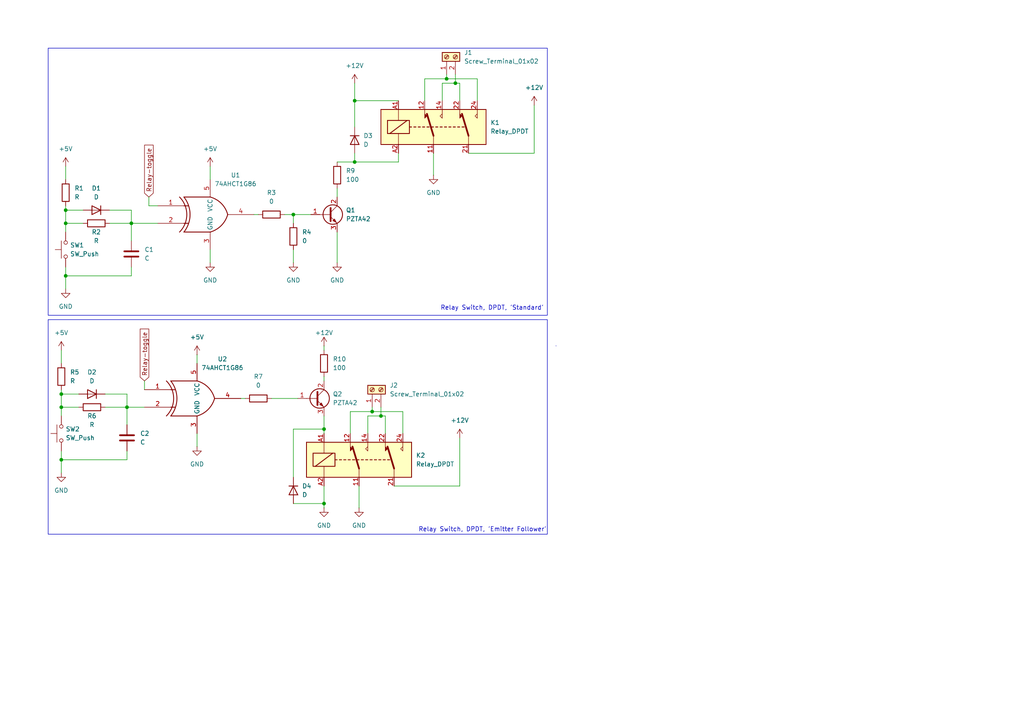
<source format=kicad_sch>
(kicad_sch
	(version 20250114)
	(generator "eeschema")
	(generator_version "9.0")
	(uuid "837e833b-97d0-4691-914f-78d159594768")
	(paper "A4")
	(lib_symbols
		(symbol "74xGxx:74AHCT1G86"
			(exclude_from_sim no)
			(in_bom yes)
			(on_board yes)
			(property "Reference" "U"
				(at -2.54 3.81 0)
				(effects
					(font
						(size 1.27 1.27)
					)
				)
			)
			(property "Value" "74AHCT1G86"
				(at 0 -3.81 0)
				(effects
					(font
						(size 1.27 1.27)
					)
				)
			)
			(property "Footprint" ""
				(at 0 0 0)
				(effects
					(font
						(size 1.27 1.27)
					)
					(hide yes)
				)
			)
			(property "Datasheet" "http://www.ti.com/lit/sg/scyt129e/scyt129e.pdf"
				(at 0 0 0)
				(effects
					(font
						(size 1.27 1.27)
					)
					(hide yes)
				)
			)
			(property "Description" "Single XOR Gate, Low-Voltage CMOS"
				(at 0 0 0)
				(effects
					(font
						(size 1.27 1.27)
					)
					(hide yes)
				)
			)
			(property "ki_keywords" "Single Gate XOR LVC CMOS"
				(at 0 0 0)
				(effects
					(font
						(size 1.27 1.27)
					)
					(hide yes)
				)
			)
			(property "ki_fp_filters" "SOT* SG-*"
				(at 0 0 0)
				(effects
					(font
						(size 1.27 1.27)
					)
					(hide yes)
				)
			)
			(symbol "74AHCT1G86_0_1"
				(arc
					(start -8.89 5.08)
					(mid -6.7858 0)
					(end -8.89 -5.08)
					(stroke
						(width 0.254)
						(type default)
					)
					(fill
						(type none)
					)
				)
				(arc
					(start -7.62 5.08)
					(mid -5.838 0)
					(end -7.62 -5.08)
					(stroke
						(width 0.254)
						(type default)
					)
					(fill
						(type none)
					)
				)
				(polyline
					(pts
						(xy -7.62 2.54) (xy -6.35 2.54)
					)
					(stroke
						(width 0.254)
						(type default)
					)
					(fill
						(type background)
					)
				)
				(polyline
					(pts
						(xy -7.62 -2.54) (xy -6.35 -2.54)
					)
					(stroke
						(width 0.254)
						(type default)
					)
					(fill
						(type background)
					)
				)
				(arc
					(start 5.08 0)
					(mid 3.202 -3.202)
					(end 0 -5.08)
					(stroke
						(width 0.254)
						(type default)
					)
					(fill
						(type none)
					)
				)
				(arc
					(start 0 5.08)
					(mid 3.2271 3.2271)
					(end 5.08 0)
					(stroke
						(width 0.254)
						(type default)
					)
					(fill
						(type none)
					)
				)
				(polyline
					(pts
						(xy 0 5.08) (xy -7.62 5.08)
					)
					(stroke
						(width 0.254)
						(type default)
					)
					(fill
						(type background)
					)
				)
				(polyline
					(pts
						(xy 0 -5.08) (xy -7.62 -5.08)
					)
					(stroke
						(width 0.254)
						(type default)
					)
					(fill
						(type background)
					)
				)
			)
			(symbol "74AHCT1G86_1_1"
				(pin input line
					(at -15.24 2.54 0)
					(length 7.62)
					(name "~"
						(effects
							(font
								(size 1.27 1.27)
							)
						)
					)
					(number "1"
						(effects
							(font
								(size 1.27 1.27)
							)
						)
					)
				)
				(pin input line
					(at -15.24 -2.54 0)
					(length 7.62)
					(name "~"
						(effects
							(font
								(size 1.27 1.27)
							)
						)
					)
					(number "2"
						(effects
							(font
								(size 1.27 1.27)
							)
						)
					)
				)
				(pin power_in line
					(at 0 10.16 270)
					(length 5.08)
					(name "VCC"
						(effects
							(font
								(size 1.27 1.27)
							)
						)
					)
					(number "5"
						(effects
							(font
								(size 1.27 1.27)
							)
						)
					)
				)
				(pin power_in line
					(at 0 -10.16 90)
					(length 5.08)
					(name "GND"
						(effects
							(font
								(size 1.27 1.27)
							)
						)
					)
					(number "3"
						(effects
							(font
								(size 1.27 1.27)
							)
						)
					)
				)
				(pin output line
					(at 12.7 0 180)
					(length 7.62)
					(name "~"
						(effects
							(font
								(size 1.27 1.27)
							)
						)
					)
					(number "4"
						(effects
							(font
								(size 1.27 1.27)
							)
						)
					)
				)
			)
			(embedded_fonts no)
		)
		(symbol "Connector:Screw_Terminal_01x02"
			(pin_names
				(offset 1.016)
				(hide yes)
			)
			(exclude_from_sim no)
			(in_bom yes)
			(on_board yes)
			(property "Reference" "J"
				(at 0 2.54 0)
				(effects
					(font
						(size 1.27 1.27)
					)
				)
			)
			(property "Value" "Screw_Terminal_01x02"
				(at 0 -5.08 0)
				(effects
					(font
						(size 1.27 1.27)
					)
				)
			)
			(property "Footprint" ""
				(at 0 0 0)
				(effects
					(font
						(size 1.27 1.27)
					)
					(hide yes)
				)
			)
			(property "Datasheet" "~"
				(at 0 0 0)
				(effects
					(font
						(size 1.27 1.27)
					)
					(hide yes)
				)
			)
			(property "Description" "Generic screw terminal, single row, 01x02, script generated (kicad-library-utils/schlib/autogen/connector/)"
				(at 0 0 0)
				(effects
					(font
						(size 1.27 1.27)
					)
					(hide yes)
				)
			)
			(property "ki_keywords" "screw terminal"
				(at 0 0 0)
				(effects
					(font
						(size 1.27 1.27)
					)
					(hide yes)
				)
			)
			(property "ki_fp_filters" "TerminalBlock*:*"
				(at 0 0 0)
				(effects
					(font
						(size 1.27 1.27)
					)
					(hide yes)
				)
			)
			(symbol "Screw_Terminal_01x02_1_1"
				(rectangle
					(start -1.27 1.27)
					(end 1.27 -3.81)
					(stroke
						(width 0.254)
						(type default)
					)
					(fill
						(type background)
					)
				)
				(polyline
					(pts
						(xy -0.5334 0.3302) (xy 0.3302 -0.508)
					)
					(stroke
						(width 0.1524)
						(type default)
					)
					(fill
						(type none)
					)
				)
				(polyline
					(pts
						(xy -0.5334 -2.2098) (xy 0.3302 -3.048)
					)
					(stroke
						(width 0.1524)
						(type default)
					)
					(fill
						(type none)
					)
				)
				(polyline
					(pts
						(xy -0.3556 0.508) (xy 0.508 -0.3302)
					)
					(stroke
						(width 0.1524)
						(type default)
					)
					(fill
						(type none)
					)
				)
				(polyline
					(pts
						(xy -0.3556 -2.032) (xy 0.508 -2.8702)
					)
					(stroke
						(width 0.1524)
						(type default)
					)
					(fill
						(type none)
					)
				)
				(circle
					(center 0 0)
					(radius 0.635)
					(stroke
						(width 0.1524)
						(type default)
					)
					(fill
						(type none)
					)
				)
				(circle
					(center 0 -2.54)
					(radius 0.635)
					(stroke
						(width 0.1524)
						(type default)
					)
					(fill
						(type none)
					)
				)
				(pin passive line
					(at -5.08 0 0)
					(length 3.81)
					(name "Pin_1"
						(effects
							(font
								(size 1.27 1.27)
							)
						)
					)
					(number "1"
						(effects
							(font
								(size 1.27 1.27)
							)
						)
					)
				)
				(pin passive line
					(at -5.08 -2.54 0)
					(length 3.81)
					(name "Pin_2"
						(effects
							(font
								(size 1.27 1.27)
							)
						)
					)
					(number "2"
						(effects
							(font
								(size 1.27 1.27)
							)
						)
					)
				)
			)
			(embedded_fonts no)
		)
		(symbol "Device:C"
			(pin_numbers
				(hide yes)
			)
			(pin_names
				(offset 0.254)
			)
			(exclude_from_sim no)
			(in_bom yes)
			(on_board yes)
			(property "Reference" "C"
				(at 0.635 2.54 0)
				(effects
					(font
						(size 1.27 1.27)
					)
					(justify left)
				)
			)
			(property "Value" "C"
				(at 0.635 -2.54 0)
				(effects
					(font
						(size 1.27 1.27)
					)
					(justify left)
				)
			)
			(property "Footprint" ""
				(at 0.9652 -3.81 0)
				(effects
					(font
						(size 1.27 1.27)
					)
					(hide yes)
				)
			)
			(property "Datasheet" "~"
				(at 0 0 0)
				(effects
					(font
						(size 1.27 1.27)
					)
					(hide yes)
				)
			)
			(property "Description" "Unpolarized capacitor"
				(at 0 0 0)
				(effects
					(font
						(size 1.27 1.27)
					)
					(hide yes)
				)
			)
			(property "ki_keywords" "cap capacitor"
				(at 0 0 0)
				(effects
					(font
						(size 1.27 1.27)
					)
					(hide yes)
				)
			)
			(property "ki_fp_filters" "C_*"
				(at 0 0 0)
				(effects
					(font
						(size 1.27 1.27)
					)
					(hide yes)
				)
			)
			(symbol "C_0_1"
				(polyline
					(pts
						(xy -2.032 0.762) (xy 2.032 0.762)
					)
					(stroke
						(width 0.508)
						(type default)
					)
					(fill
						(type none)
					)
				)
				(polyline
					(pts
						(xy -2.032 -0.762) (xy 2.032 -0.762)
					)
					(stroke
						(width 0.508)
						(type default)
					)
					(fill
						(type none)
					)
				)
			)
			(symbol "C_1_1"
				(pin passive line
					(at 0 3.81 270)
					(length 2.794)
					(name "~"
						(effects
							(font
								(size 1.27 1.27)
							)
						)
					)
					(number "1"
						(effects
							(font
								(size 1.27 1.27)
							)
						)
					)
				)
				(pin passive line
					(at 0 -3.81 90)
					(length 2.794)
					(name "~"
						(effects
							(font
								(size 1.27 1.27)
							)
						)
					)
					(number "2"
						(effects
							(font
								(size 1.27 1.27)
							)
						)
					)
				)
			)
			(embedded_fonts no)
		)
		(symbol "Device:D"
			(pin_numbers
				(hide yes)
			)
			(pin_names
				(offset 1.016)
				(hide yes)
			)
			(exclude_from_sim no)
			(in_bom yes)
			(on_board yes)
			(property "Reference" "D"
				(at 0 2.54 0)
				(effects
					(font
						(size 1.27 1.27)
					)
				)
			)
			(property "Value" "D"
				(at 0 -2.54 0)
				(effects
					(font
						(size 1.27 1.27)
					)
				)
			)
			(property "Footprint" ""
				(at 0 0 0)
				(effects
					(font
						(size 1.27 1.27)
					)
					(hide yes)
				)
			)
			(property "Datasheet" "~"
				(at 0 0 0)
				(effects
					(font
						(size 1.27 1.27)
					)
					(hide yes)
				)
			)
			(property "Description" "Diode"
				(at 0 0 0)
				(effects
					(font
						(size 1.27 1.27)
					)
					(hide yes)
				)
			)
			(property "Sim.Device" "D"
				(at 0 0 0)
				(effects
					(font
						(size 1.27 1.27)
					)
					(hide yes)
				)
			)
			(property "Sim.Pins" "1=K 2=A"
				(at 0 0 0)
				(effects
					(font
						(size 1.27 1.27)
					)
					(hide yes)
				)
			)
			(property "ki_keywords" "diode"
				(at 0 0 0)
				(effects
					(font
						(size 1.27 1.27)
					)
					(hide yes)
				)
			)
			(property "ki_fp_filters" "TO-???* *_Diode_* *SingleDiode* D_*"
				(at 0 0 0)
				(effects
					(font
						(size 1.27 1.27)
					)
					(hide yes)
				)
			)
			(symbol "D_0_1"
				(polyline
					(pts
						(xy -1.27 1.27) (xy -1.27 -1.27)
					)
					(stroke
						(width 0.254)
						(type default)
					)
					(fill
						(type none)
					)
				)
				(polyline
					(pts
						(xy 1.27 1.27) (xy 1.27 -1.27) (xy -1.27 0) (xy 1.27 1.27)
					)
					(stroke
						(width 0.254)
						(type default)
					)
					(fill
						(type none)
					)
				)
				(polyline
					(pts
						(xy 1.27 0) (xy -1.27 0)
					)
					(stroke
						(width 0)
						(type default)
					)
					(fill
						(type none)
					)
				)
			)
			(symbol "D_1_1"
				(pin passive line
					(at -3.81 0 0)
					(length 2.54)
					(name "K"
						(effects
							(font
								(size 1.27 1.27)
							)
						)
					)
					(number "1"
						(effects
							(font
								(size 1.27 1.27)
							)
						)
					)
				)
				(pin passive line
					(at 3.81 0 180)
					(length 2.54)
					(name "A"
						(effects
							(font
								(size 1.27 1.27)
							)
						)
					)
					(number "2"
						(effects
							(font
								(size 1.27 1.27)
							)
						)
					)
				)
			)
			(embedded_fonts no)
		)
		(symbol "Device:R"
			(pin_numbers
				(hide yes)
			)
			(pin_names
				(offset 0)
			)
			(exclude_from_sim no)
			(in_bom yes)
			(on_board yes)
			(property "Reference" "R"
				(at 2.032 0 90)
				(effects
					(font
						(size 1.27 1.27)
					)
				)
			)
			(property "Value" "R"
				(at 0 0 90)
				(effects
					(font
						(size 1.27 1.27)
					)
				)
			)
			(property "Footprint" ""
				(at -1.778 0 90)
				(effects
					(font
						(size 1.27 1.27)
					)
					(hide yes)
				)
			)
			(property "Datasheet" "~"
				(at 0 0 0)
				(effects
					(font
						(size 1.27 1.27)
					)
					(hide yes)
				)
			)
			(property "Description" "Resistor"
				(at 0 0 0)
				(effects
					(font
						(size 1.27 1.27)
					)
					(hide yes)
				)
			)
			(property "ki_keywords" "R res resistor"
				(at 0 0 0)
				(effects
					(font
						(size 1.27 1.27)
					)
					(hide yes)
				)
			)
			(property "ki_fp_filters" "R_*"
				(at 0 0 0)
				(effects
					(font
						(size 1.27 1.27)
					)
					(hide yes)
				)
			)
			(symbol "R_0_1"
				(rectangle
					(start -1.016 -2.54)
					(end 1.016 2.54)
					(stroke
						(width 0.254)
						(type default)
					)
					(fill
						(type none)
					)
				)
			)
			(symbol "R_1_1"
				(pin passive line
					(at 0 3.81 270)
					(length 1.27)
					(name "~"
						(effects
							(font
								(size 1.27 1.27)
							)
						)
					)
					(number "1"
						(effects
							(font
								(size 1.27 1.27)
							)
						)
					)
				)
				(pin passive line
					(at 0 -3.81 90)
					(length 1.27)
					(name "~"
						(effects
							(font
								(size 1.27 1.27)
							)
						)
					)
					(number "2"
						(effects
							(font
								(size 1.27 1.27)
							)
						)
					)
				)
			)
			(embedded_fonts no)
		)
		(symbol "Relay:Relay_DPDT"
			(exclude_from_sim no)
			(in_bom yes)
			(on_board yes)
			(property "Reference" "K"
				(at 16.51 3.81 0)
				(effects
					(font
						(size 1.27 1.27)
					)
					(justify left)
				)
			)
			(property "Value" "Relay_DPDT"
				(at 16.51 1.27 0)
				(effects
					(font
						(size 1.27 1.27)
					)
					(justify left)
				)
			)
			(property "Footprint" ""
				(at 16.51 -1.27 0)
				(effects
					(font
						(size 1.27 1.27)
					)
					(justify left)
					(hide yes)
				)
			)
			(property "Datasheet" "~"
				(at 0 0 0)
				(effects
					(font
						(size 1.27 1.27)
					)
					(hide yes)
				)
			)
			(property "Description" "Relay DPDT, monostable, EN50005"
				(at 0 0 0)
				(effects
					(font
						(size 1.27 1.27)
					)
					(hide yes)
				)
			)
			(property "ki_keywords" "2P2T 2-Form-C double dual throw pole"
				(at 0 0 0)
				(effects
					(font
						(size 1.27 1.27)
					)
					(hide yes)
				)
			)
			(property "ki_fp_filters" "Relay?DPDT*"
				(at 0 0 0)
				(effects
					(font
						(size 1.27 1.27)
					)
					(hide yes)
				)
			)
			(symbol "Relay_DPDT_0_1"
				(rectangle
					(start -15.24 5.08)
					(end 15.24 -5.08)
					(stroke
						(width 0.254)
						(type default)
					)
					(fill
						(type background)
					)
				)
				(rectangle
					(start -13.335 1.905)
					(end -6.985 -1.905)
					(stroke
						(width 0.254)
						(type default)
					)
					(fill
						(type none)
					)
				)
				(polyline
					(pts
						(xy -12.7 -1.905) (xy -7.62 1.905)
					)
					(stroke
						(width 0.254)
						(type default)
					)
					(fill
						(type none)
					)
				)
				(polyline
					(pts
						(xy -10.16 5.08) (xy -10.16 1.905)
					)
					(stroke
						(width 0)
						(type default)
					)
					(fill
						(type none)
					)
				)
				(polyline
					(pts
						(xy -10.16 -5.08) (xy -10.16 -1.905)
					)
					(stroke
						(width 0)
						(type default)
					)
					(fill
						(type none)
					)
				)
				(polyline
					(pts
						(xy -6.985 0) (xy -6.35 0)
					)
					(stroke
						(width 0.254)
						(type default)
					)
					(fill
						(type none)
					)
				)
				(polyline
					(pts
						(xy -5.715 0) (xy -5.08 0)
					)
					(stroke
						(width 0.254)
						(type default)
					)
					(fill
						(type none)
					)
				)
				(polyline
					(pts
						(xy -4.445 0) (xy -3.81 0)
					)
					(stroke
						(width 0.254)
						(type default)
					)
					(fill
						(type none)
					)
				)
				(polyline
					(pts
						(xy -3.175 0) (xy -2.54 0)
					)
					(stroke
						(width 0.254)
						(type default)
					)
					(fill
						(type none)
					)
				)
				(polyline
					(pts
						(xy -2.54 5.08) (xy -2.54 2.54) (xy -1.905 3.175) (xy -2.54 3.81)
					)
					(stroke
						(width 0)
						(type default)
					)
					(fill
						(type outline)
					)
				)
				(polyline
					(pts
						(xy -1.905 0) (xy -1.27 0)
					)
					(stroke
						(width 0.254)
						(type default)
					)
					(fill
						(type none)
					)
				)
				(polyline
					(pts
						(xy -0.635 0) (xy 0 0)
					)
					(stroke
						(width 0.254)
						(type default)
					)
					(fill
						(type none)
					)
				)
				(polyline
					(pts
						(xy 0 -2.54) (xy -1.905 3.81)
					)
					(stroke
						(width 0.508)
						(type default)
					)
					(fill
						(type none)
					)
				)
				(polyline
					(pts
						(xy 0 -2.54) (xy 0 -5.08)
					)
					(stroke
						(width 0)
						(type default)
					)
					(fill
						(type none)
					)
				)
				(polyline
					(pts
						(xy 0.635 0) (xy 1.27 0)
					)
					(stroke
						(width 0.254)
						(type default)
					)
					(fill
						(type none)
					)
				)
				(polyline
					(pts
						(xy 1.905 0) (xy 2.54 0)
					)
					(stroke
						(width 0.254)
						(type default)
					)
					(fill
						(type none)
					)
				)
				(polyline
					(pts
						(xy 2.54 5.08) (xy 2.54 2.54) (xy 1.905 3.175) (xy 2.54 3.81)
					)
					(stroke
						(width 0)
						(type default)
					)
					(fill
						(type none)
					)
				)
				(polyline
					(pts
						(xy 3.175 0) (xy 3.81 0)
					)
					(stroke
						(width 0.254)
						(type default)
					)
					(fill
						(type none)
					)
				)
				(polyline
					(pts
						(xy 4.445 0) (xy 5.08 0)
					)
					(stroke
						(width 0.254)
						(type default)
					)
					(fill
						(type none)
					)
				)
				(polyline
					(pts
						(xy 5.715 0) (xy 6.35 0)
					)
					(stroke
						(width 0.254)
						(type default)
					)
					(fill
						(type none)
					)
				)
				(polyline
					(pts
						(xy 6.985 0) (xy 7.62 0)
					)
					(stroke
						(width 0.254)
						(type default)
					)
					(fill
						(type none)
					)
				)
				(polyline
					(pts
						(xy 7.62 5.08) (xy 7.62 2.54) (xy 8.255 3.175) (xy 7.62 3.81)
					)
					(stroke
						(width 0)
						(type default)
					)
					(fill
						(type outline)
					)
				)
				(polyline
					(pts
						(xy 8.255 0) (xy 8.89 0)
					)
					(stroke
						(width 0.254)
						(type default)
					)
					(fill
						(type none)
					)
				)
				(polyline
					(pts
						(xy 10.16 -2.54) (xy 8.255 3.81)
					)
					(stroke
						(width 0.508)
						(type default)
					)
					(fill
						(type none)
					)
				)
				(polyline
					(pts
						(xy 10.16 -2.54) (xy 10.16 -5.08)
					)
					(stroke
						(width 0)
						(type default)
					)
					(fill
						(type none)
					)
				)
				(polyline
					(pts
						(xy 12.7 5.08) (xy 12.7 2.54) (xy 12.065 3.175) (xy 12.7 3.81)
					)
					(stroke
						(width 0)
						(type default)
					)
					(fill
						(type none)
					)
				)
			)
			(symbol "Relay_DPDT_1_1"
				(pin passive line
					(at -10.16 7.62 270)
					(length 2.54)
					(name "~"
						(effects
							(font
								(size 1.27 1.27)
							)
						)
					)
					(number "A1"
						(effects
							(font
								(size 1.27 1.27)
							)
						)
					)
				)
				(pin passive line
					(at -10.16 -7.62 90)
					(length 2.54)
					(name "~"
						(effects
							(font
								(size 1.27 1.27)
							)
						)
					)
					(number "A2"
						(effects
							(font
								(size 1.27 1.27)
							)
						)
					)
				)
				(pin passive line
					(at -2.54 7.62 270)
					(length 2.54)
					(name "~"
						(effects
							(font
								(size 1.27 1.27)
							)
						)
					)
					(number "12"
						(effects
							(font
								(size 1.27 1.27)
							)
						)
					)
				)
				(pin passive line
					(at 0 -7.62 90)
					(length 2.54)
					(name "~"
						(effects
							(font
								(size 1.27 1.27)
							)
						)
					)
					(number "11"
						(effects
							(font
								(size 1.27 1.27)
							)
						)
					)
				)
				(pin passive line
					(at 2.54 7.62 270)
					(length 2.54)
					(name "~"
						(effects
							(font
								(size 1.27 1.27)
							)
						)
					)
					(number "14"
						(effects
							(font
								(size 1.27 1.27)
							)
						)
					)
				)
				(pin passive line
					(at 7.62 7.62 270)
					(length 2.54)
					(name "~"
						(effects
							(font
								(size 1.27 1.27)
							)
						)
					)
					(number "22"
						(effects
							(font
								(size 1.27 1.27)
							)
						)
					)
				)
				(pin passive line
					(at 10.16 -7.62 90)
					(length 2.54)
					(name "~"
						(effects
							(font
								(size 1.27 1.27)
							)
						)
					)
					(number "21"
						(effects
							(font
								(size 1.27 1.27)
							)
						)
					)
				)
				(pin passive line
					(at 12.7 7.62 270)
					(length 2.54)
					(name "~"
						(effects
							(font
								(size 1.27 1.27)
							)
						)
					)
					(number "24"
						(effects
							(font
								(size 1.27 1.27)
							)
						)
					)
				)
			)
			(embedded_fonts no)
		)
		(symbol "Switch:SW_Push"
			(pin_numbers
				(hide yes)
			)
			(pin_names
				(offset 1.016)
				(hide yes)
			)
			(exclude_from_sim no)
			(in_bom yes)
			(on_board yes)
			(property "Reference" "SW"
				(at 1.27 2.54 0)
				(effects
					(font
						(size 1.27 1.27)
					)
					(justify left)
				)
			)
			(property "Value" "SW_Push"
				(at 0 -1.524 0)
				(effects
					(font
						(size 1.27 1.27)
					)
				)
			)
			(property "Footprint" ""
				(at 0 5.08 0)
				(effects
					(font
						(size 1.27 1.27)
					)
					(hide yes)
				)
			)
			(property "Datasheet" "~"
				(at 0 5.08 0)
				(effects
					(font
						(size 1.27 1.27)
					)
					(hide yes)
				)
			)
			(property "Description" "Push button switch, generic, two pins"
				(at 0 0 0)
				(effects
					(font
						(size 1.27 1.27)
					)
					(hide yes)
				)
			)
			(property "ki_keywords" "switch normally-open pushbutton push-button"
				(at 0 0 0)
				(effects
					(font
						(size 1.27 1.27)
					)
					(hide yes)
				)
			)
			(symbol "SW_Push_0_1"
				(circle
					(center -2.032 0)
					(radius 0.508)
					(stroke
						(width 0)
						(type default)
					)
					(fill
						(type none)
					)
				)
				(polyline
					(pts
						(xy 0 1.27) (xy 0 3.048)
					)
					(stroke
						(width 0)
						(type default)
					)
					(fill
						(type none)
					)
				)
				(circle
					(center 2.032 0)
					(radius 0.508)
					(stroke
						(width 0)
						(type default)
					)
					(fill
						(type none)
					)
				)
				(polyline
					(pts
						(xy 2.54 1.27) (xy -2.54 1.27)
					)
					(stroke
						(width 0)
						(type default)
					)
					(fill
						(type none)
					)
				)
				(pin passive line
					(at -5.08 0 0)
					(length 2.54)
					(name "1"
						(effects
							(font
								(size 1.27 1.27)
							)
						)
					)
					(number "1"
						(effects
							(font
								(size 1.27 1.27)
							)
						)
					)
				)
				(pin passive line
					(at 5.08 0 180)
					(length 2.54)
					(name "2"
						(effects
							(font
								(size 1.27 1.27)
							)
						)
					)
					(number "2"
						(effects
							(font
								(size 1.27 1.27)
							)
						)
					)
				)
			)
			(embedded_fonts no)
		)
		(symbol "Transistor_BJT:PZTA42"
			(pin_names
				(offset 0)
				(hide yes)
			)
			(exclude_from_sim no)
			(in_bom yes)
			(on_board yes)
			(property "Reference" "Q"
				(at 5.08 1.905 0)
				(effects
					(font
						(size 1.27 1.27)
					)
					(justify left)
				)
			)
			(property "Value" "PZTA42"
				(at 5.08 0 0)
				(effects
					(font
						(size 1.27 1.27)
					)
					(justify left)
				)
			)
			(property "Footprint" "Package_TO_SOT_SMD:SOT-223-3_TabPin2"
				(at 5.08 -1.905 0)
				(effects
					(font
						(size 1.27 1.27)
						(italic yes)
					)
					(justify left)
					(hide yes)
				)
			)
			(property "Datasheet" "https://www.onsemi.com/pub/Collateral/PZTA42T1-D.PDF"
				(at 0 0 0)
				(effects
					(font
						(size 1.27 1.27)
					)
					(justify left)
					(hide yes)
				)
			)
			(property "Description" "0.5A Ic, 300V Vce, NPN High Voltage Transistor, SOT-223"
				(at 0 0 0)
				(effects
					(font
						(size 1.27 1.27)
					)
					(hide yes)
				)
			)
			(property "ki_keywords" "NPN High Voltage Transistor SMD"
				(at 0 0 0)
				(effects
					(font
						(size 1.27 1.27)
					)
					(hide yes)
				)
			)
			(property "ki_fp_filters" "SOT?223*"
				(at 0 0 0)
				(effects
					(font
						(size 1.27 1.27)
					)
					(hide yes)
				)
			)
			(symbol "PZTA42_0_1"
				(polyline
					(pts
						(xy -2.54 0) (xy 0.635 0)
					)
					(stroke
						(width 0)
						(type default)
					)
					(fill
						(type none)
					)
				)
				(polyline
					(pts
						(xy 0.635 1.905) (xy 0.635 -1.905)
					)
					(stroke
						(width 0.508)
						(type default)
					)
					(fill
						(type none)
					)
				)
				(circle
					(center 1.27 0)
					(radius 2.8194)
					(stroke
						(width 0.254)
						(type default)
					)
					(fill
						(type none)
					)
				)
			)
			(symbol "PZTA42_1_1"
				(polyline
					(pts
						(xy 0.635 0.635) (xy 2.54 2.54)
					)
					(stroke
						(width 0)
						(type default)
					)
					(fill
						(type none)
					)
				)
				(polyline
					(pts
						(xy 0.635 -0.635) (xy 2.54 -2.54)
					)
					(stroke
						(width 0)
						(type default)
					)
					(fill
						(type none)
					)
				)
				(polyline
					(pts
						(xy 1.27 -1.778) (xy 1.778 -1.27) (xy 2.286 -2.286) (xy 1.27 -1.778)
					)
					(stroke
						(width 0)
						(type default)
					)
					(fill
						(type outline)
					)
				)
				(pin input line
					(at -5.08 0 0)
					(length 2.54)
					(name "B"
						(effects
							(font
								(size 1.27 1.27)
							)
						)
					)
					(number "1"
						(effects
							(font
								(size 1.27 1.27)
							)
						)
					)
				)
				(pin passive line
					(at 2.54 5.08 270)
					(length 2.54)
					(name "C"
						(effects
							(font
								(size 1.27 1.27)
							)
						)
					)
					(number "2"
						(effects
							(font
								(size 1.27 1.27)
							)
						)
					)
				)
				(pin passive line
					(at 2.54 -5.08 90)
					(length 2.54)
					(name "E"
						(effects
							(font
								(size 1.27 1.27)
							)
						)
					)
					(number "3"
						(effects
							(font
								(size 1.27 1.27)
							)
						)
					)
				)
			)
			(embedded_fonts no)
		)
		(symbol "power:+12V"
			(power)
			(pin_numbers
				(hide yes)
			)
			(pin_names
				(offset 0)
				(hide yes)
			)
			(exclude_from_sim no)
			(in_bom yes)
			(on_board yes)
			(property "Reference" "#PWR"
				(at 0 -3.81 0)
				(effects
					(font
						(size 1.27 1.27)
					)
					(hide yes)
				)
			)
			(property "Value" "+12V"
				(at 0 3.556 0)
				(effects
					(font
						(size 1.27 1.27)
					)
				)
			)
			(property "Footprint" ""
				(at 0 0 0)
				(effects
					(font
						(size 1.27 1.27)
					)
					(hide yes)
				)
			)
			(property "Datasheet" ""
				(at 0 0 0)
				(effects
					(font
						(size 1.27 1.27)
					)
					(hide yes)
				)
			)
			(property "Description" "Power symbol creates a global label with name \"+12V\""
				(at 0 0 0)
				(effects
					(font
						(size 1.27 1.27)
					)
					(hide yes)
				)
			)
			(property "ki_keywords" "global power"
				(at 0 0 0)
				(effects
					(font
						(size 1.27 1.27)
					)
					(hide yes)
				)
			)
			(symbol "+12V_0_1"
				(polyline
					(pts
						(xy -0.762 1.27) (xy 0 2.54)
					)
					(stroke
						(width 0)
						(type default)
					)
					(fill
						(type none)
					)
				)
				(polyline
					(pts
						(xy 0 2.54) (xy 0.762 1.27)
					)
					(stroke
						(width 0)
						(type default)
					)
					(fill
						(type none)
					)
				)
				(polyline
					(pts
						(xy 0 0) (xy 0 2.54)
					)
					(stroke
						(width 0)
						(type default)
					)
					(fill
						(type none)
					)
				)
			)
			(symbol "+12V_1_1"
				(pin power_in line
					(at 0 0 90)
					(length 0)
					(name "~"
						(effects
							(font
								(size 1.27 1.27)
							)
						)
					)
					(number "1"
						(effects
							(font
								(size 1.27 1.27)
							)
						)
					)
				)
			)
			(embedded_fonts no)
		)
		(symbol "power:+5V"
			(power)
			(pin_numbers
				(hide yes)
			)
			(pin_names
				(offset 0)
				(hide yes)
			)
			(exclude_from_sim no)
			(in_bom yes)
			(on_board yes)
			(property "Reference" "#PWR"
				(at 0 -3.81 0)
				(effects
					(font
						(size 1.27 1.27)
					)
					(hide yes)
				)
			)
			(property "Value" "+5V"
				(at 0 3.556 0)
				(effects
					(font
						(size 1.27 1.27)
					)
				)
			)
			(property "Footprint" ""
				(at 0 0 0)
				(effects
					(font
						(size 1.27 1.27)
					)
					(hide yes)
				)
			)
			(property "Datasheet" ""
				(at 0 0 0)
				(effects
					(font
						(size 1.27 1.27)
					)
					(hide yes)
				)
			)
			(property "Description" "Power symbol creates a global label with name \"+5V\""
				(at 0 0 0)
				(effects
					(font
						(size 1.27 1.27)
					)
					(hide yes)
				)
			)
			(property "ki_keywords" "global power"
				(at 0 0 0)
				(effects
					(font
						(size 1.27 1.27)
					)
					(hide yes)
				)
			)
			(symbol "+5V_0_1"
				(polyline
					(pts
						(xy -0.762 1.27) (xy 0 2.54)
					)
					(stroke
						(width 0)
						(type default)
					)
					(fill
						(type none)
					)
				)
				(polyline
					(pts
						(xy 0 2.54) (xy 0.762 1.27)
					)
					(stroke
						(width 0)
						(type default)
					)
					(fill
						(type none)
					)
				)
				(polyline
					(pts
						(xy 0 0) (xy 0 2.54)
					)
					(stroke
						(width 0)
						(type default)
					)
					(fill
						(type none)
					)
				)
			)
			(symbol "+5V_1_1"
				(pin power_in line
					(at 0 0 90)
					(length 0)
					(name "~"
						(effects
							(font
								(size 1.27 1.27)
							)
						)
					)
					(number "1"
						(effects
							(font
								(size 1.27 1.27)
							)
						)
					)
				)
			)
			(embedded_fonts no)
		)
		(symbol "power:GND"
			(power)
			(pin_numbers
				(hide yes)
			)
			(pin_names
				(offset 0)
				(hide yes)
			)
			(exclude_from_sim no)
			(in_bom yes)
			(on_board yes)
			(property "Reference" "#PWR"
				(at 0 -6.35 0)
				(effects
					(font
						(size 1.27 1.27)
					)
					(hide yes)
				)
			)
			(property "Value" "GND"
				(at 0 -3.81 0)
				(effects
					(font
						(size 1.27 1.27)
					)
				)
			)
			(property "Footprint" ""
				(at 0 0 0)
				(effects
					(font
						(size 1.27 1.27)
					)
					(hide yes)
				)
			)
			(property "Datasheet" ""
				(at 0 0 0)
				(effects
					(font
						(size 1.27 1.27)
					)
					(hide yes)
				)
			)
			(property "Description" "Power symbol creates a global label with name \"GND\" , ground"
				(at 0 0 0)
				(effects
					(font
						(size 1.27 1.27)
					)
					(hide yes)
				)
			)
			(property "ki_keywords" "global power"
				(at 0 0 0)
				(effects
					(font
						(size 1.27 1.27)
					)
					(hide yes)
				)
			)
			(symbol "GND_0_1"
				(polyline
					(pts
						(xy 0 0) (xy 0 -1.27) (xy 1.27 -1.27) (xy 0 -2.54) (xy -1.27 -1.27) (xy 0 -1.27)
					)
					(stroke
						(width 0)
						(type default)
					)
					(fill
						(type none)
					)
				)
			)
			(symbol "GND_1_1"
				(pin power_in line
					(at 0 0 270)
					(length 0)
					(name "~"
						(effects
							(font
								(size 1.27 1.27)
							)
						)
					)
					(number "1"
						(effects
							(font
								(size 1.27 1.27)
							)
						)
					)
				)
			)
			(embedded_fonts no)
		)
	)
	(rectangle
		(start 13.97 13.97)
		(end 158.75 91.44)
		(stroke
			(width 0)
			(type default)
		)
		(fill
			(type none)
		)
		(uuid 4ad3a132-4154-4782-940d-953f1abb1710)
	)
	(rectangle
		(start 13.97 92.71)
		(end 158.75 154.94)
		(stroke
			(width 0)
			(type default)
		)
		(fill
			(type none)
		)
		(uuid 5f175c3c-e490-4cb0-84ce-716f524b237a)
	)
	(rectangle
		(start 161.2646 100.3046)
		(end 161.29 100.33)
		(stroke
			(width 0)
			(type default)
		)
		(fill
			(type none)
		)
		(uuid 68a9b88f-af11-4fd1-9c0d-e49810716424)
	)
	(rectangle
		(start 161.2646 210.7946)
		(end 161.29 210.82)
		(stroke
			(width 0)
			(type default)
		)
		(fill
			(type none)
		)
		(uuid b1f0898d-a103-41f4-9ccf-6ff5d9a633f4)
	)
	(text "Relay Switch, DPDT, 'Standard'"
		(exclude_from_sim no)
		(at 142.748 89.408 0)
		(effects
			(font
				(size 1.27 1.27)
			)
		)
		(uuid "5b7fc053-5c61-480c-bf73-23be5011ac8f")
	)
	(text "Relay Switch, DPDT, 'Emitter Follower'"
		(exclude_from_sim no)
		(at 139.954 153.67 0)
		(effects
			(font
				(size 1.27 1.27)
			)
		)
		(uuid "fee398c1-7ec7-4d89-a7f9-49aabd2de364")
	)
	(junction
		(at 36.83 118.11)
		(diameter 0)
		(color 0 0 0 0)
		(uuid "1ecfb276-fc78-4b34-bac3-324d9ca40b55")
	)
	(junction
		(at 19.05 80.01)
		(diameter 0)
		(color 0 0 0 0)
		(uuid "254898aa-2626-477c-94c4-e025abf84bde")
	)
	(junction
		(at 132.08 24.13)
		(diameter 0)
		(color 0 0 0 0)
		(uuid "4c947324-590b-46ae-9506-29d2ad154094")
	)
	(junction
		(at 93.98 124.46)
		(diameter 0)
		(color 0 0 0 0)
		(uuid "50df0069-64b9-4658-9c50-61e9a8f7e658")
	)
	(junction
		(at 85.09 62.23)
		(diameter 0)
		(color 0 0 0 0)
		(uuid "798e5f69-dcee-47ea-bd7c-0d5d93c61e88")
	)
	(junction
		(at 110.49 120.65)
		(diameter 0)
		(color 0 0 0 0)
		(uuid "7bb13be8-6471-4dbc-86ad-50b3ae498193")
	)
	(junction
		(at 107.95 119.38)
		(diameter 0)
		(color 0 0 0 0)
		(uuid "7d6ad596-724f-46cc-b51f-f3bd28510a9a")
	)
	(junction
		(at 17.78 133.35)
		(diameter 0)
		(color 0 0 0 0)
		(uuid "7ee36892-984e-4e81-bcf6-24eabb5079b0")
	)
	(junction
		(at 17.78 114.3)
		(diameter 0)
		(color 0 0 0 0)
		(uuid "8547f3df-2f3e-4a90-99ed-0002d247f5c1")
	)
	(junction
		(at 19.05 60.96)
		(diameter 0)
		(color 0 0 0 0)
		(uuid "8cf540ef-7f25-46e7-ac71-c624c5f11277")
	)
	(junction
		(at 19.05 64.77)
		(diameter 0)
		(color 0 0 0 0)
		(uuid "cd134487-d636-4e2f-813c-8479dff9b662")
	)
	(junction
		(at 102.87 29.21)
		(diameter 0)
		(color 0 0 0 0)
		(uuid "d8d24aaf-4415-470d-b708-79e2a2aaad22")
	)
	(junction
		(at 17.78 118.11)
		(diameter 0)
		(color 0 0 0 0)
		(uuid "dbf7cd7a-cd3a-4001-aa7f-97ac2ca6614b")
	)
	(junction
		(at 102.87 46.99)
		(diameter 0)
		(color 0 0 0 0)
		(uuid "ea42f413-2726-48a5-9b57-73d7a3676173")
	)
	(junction
		(at 93.98 146.05)
		(diameter 0)
		(color 0 0 0 0)
		(uuid "ee65b84f-580d-4f6c-84b1-6f267440774c")
	)
	(junction
		(at 129.54 22.86)
		(diameter 0)
		(color 0 0 0 0)
		(uuid "f70ca02f-a27e-49b4-a6b5-5ad22242296b")
	)
	(junction
		(at 38.1 64.77)
		(diameter 0)
		(color 0 0 0 0)
		(uuid "fe277de1-df82-4304-87aa-ffdd73793ada")
	)
	(wire
		(pts
			(xy 128.27 24.13) (xy 132.08 24.13)
		)
		(stroke
			(width 0)
			(type default)
		)
		(uuid "015c6aa9-090e-4e79-9f50-625eb44b5de6")
	)
	(wire
		(pts
			(xy 132.08 21.59) (xy 132.08 24.13)
		)
		(stroke
			(width 0)
			(type default)
		)
		(uuid "045b51e1-55be-4f17-a3e2-31fa6883b541")
	)
	(wire
		(pts
			(xy 17.78 133.35) (xy 36.83 133.35)
		)
		(stroke
			(width 0)
			(type default)
		)
		(uuid "0630af8c-4e43-438d-adee-50f1303ed308")
	)
	(wire
		(pts
			(xy 125.73 44.45) (xy 125.73 50.8)
		)
		(stroke
			(width 0)
			(type default)
		)
		(uuid "0a0a868a-f644-45ef-9bb9-e48e1dd4b54c")
	)
	(wire
		(pts
			(xy 97.79 46.99) (xy 102.87 46.99)
		)
		(stroke
			(width 0)
			(type default)
		)
		(uuid "0a6e7f72-c820-4ee2-9d43-bf69bfebf032")
	)
	(wire
		(pts
			(xy 154.94 44.45) (xy 135.89 44.45)
		)
		(stroke
			(width 0)
			(type default)
		)
		(uuid "0b0a25c2-c167-4ff7-ba23-82ce50a0dafe")
	)
	(wire
		(pts
			(xy 17.78 130.81) (xy 17.78 133.35)
		)
		(stroke
			(width 0)
			(type default)
		)
		(uuid "0d085207-ba8b-4039-a2d6-3e77efb87e12")
	)
	(wire
		(pts
			(xy 133.35 29.21) (xy 133.35 24.13)
		)
		(stroke
			(width 0)
			(type default)
		)
		(uuid "146b1af9-c48e-4238-bc47-767e2def5c3e")
	)
	(wire
		(pts
			(xy 36.83 118.11) (xy 36.83 123.19)
		)
		(stroke
			(width 0)
			(type default)
		)
		(uuid "18d8ffc8-f840-4e2e-99e6-584ea1be617b")
	)
	(wire
		(pts
			(xy 129.54 22.86) (xy 129.54 21.59)
		)
		(stroke
			(width 0)
			(type default)
		)
		(uuid "1b8dd823-79a9-4ee4-80d4-1e048d86a807")
	)
	(wire
		(pts
			(xy 129.54 22.86) (xy 138.43 22.86)
		)
		(stroke
			(width 0)
			(type default)
		)
		(uuid "1ce32211-17cf-4807-baf3-941019009d33")
	)
	(wire
		(pts
			(xy 30.48 118.11) (xy 36.83 118.11)
		)
		(stroke
			(width 0)
			(type default)
		)
		(uuid "1f958a7e-c8bc-4923-8cc9-f893e9ff427b")
	)
	(wire
		(pts
			(xy 57.15 125.73) (xy 57.15 129.54)
		)
		(stroke
			(width 0)
			(type default)
		)
		(uuid "2041177a-e89b-4bfb-99eb-d57064d1a031")
	)
	(wire
		(pts
			(xy 85.09 138.43) (xy 85.09 124.46)
		)
		(stroke
			(width 0)
			(type default)
		)
		(uuid "22a63688-e88c-4154-bdc4-bcbde3994252")
	)
	(wire
		(pts
			(xy 85.09 62.23) (xy 90.17 62.23)
		)
		(stroke
			(width 0)
			(type default)
		)
		(uuid "25542c20-5b35-4f94-9798-a72d5b646182")
	)
	(wire
		(pts
			(xy 154.94 30.48) (xy 154.94 44.45)
		)
		(stroke
			(width 0)
			(type default)
		)
		(uuid "2647b2e6-fd39-4176-b541-7db2bf9ec6dc")
	)
	(wire
		(pts
			(xy 133.35 127) (xy 133.35 140.97)
		)
		(stroke
			(width 0)
			(type default)
		)
		(uuid "26855d11-509d-4f42-a64a-d12846706b25")
	)
	(wire
		(pts
			(xy 73.66 62.23) (xy 74.93 62.23)
		)
		(stroke
			(width 0)
			(type default)
		)
		(uuid "33ed3c82-9a89-4f15-a0b2-d741e18a256a")
	)
	(wire
		(pts
			(xy 36.83 130.81) (xy 36.83 133.35)
		)
		(stroke
			(width 0)
			(type default)
		)
		(uuid "35e75abe-a75a-4803-b3f7-6a562b0f6e93")
	)
	(wire
		(pts
			(xy 41.91 110.49) (xy 41.91 113.03)
		)
		(stroke
			(width 0)
			(type default)
		)
		(uuid "3a4b9998-f8c0-4467-95c7-d94fc64c8250")
	)
	(wire
		(pts
			(xy 110.49 118.11) (xy 110.49 120.65)
		)
		(stroke
			(width 0)
			(type default)
		)
		(uuid "3ae3d075-9ea7-4d02-88f4-912559d91b23")
	)
	(wire
		(pts
			(xy 38.1 64.77) (xy 38.1 69.85)
		)
		(stroke
			(width 0)
			(type default)
		)
		(uuid "3bb350d0-33aa-4ae1-bdcc-f55080a3d642")
	)
	(wire
		(pts
			(xy 36.83 114.3) (xy 36.83 118.11)
		)
		(stroke
			(width 0)
			(type default)
		)
		(uuid "3e6c0438-66bd-4bb7-8380-c1192bf91b9e")
	)
	(wire
		(pts
			(xy 93.98 109.22) (xy 93.98 110.49)
		)
		(stroke
			(width 0)
			(type default)
		)
		(uuid "3f943375-fc6c-49bb-b238-fe5d6d8a195d")
	)
	(wire
		(pts
			(xy 78.74 115.57) (xy 86.36 115.57)
		)
		(stroke
			(width 0)
			(type default)
		)
		(uuid "3fd3cc16-f8ff-4bf6-979f-385f77e71dd2")
	)
	(wire
		(pts
			(xy 85.09 62.23) (xy 85.09 64.77)
		)
		(stroke
			(width 0)
			(type default)
		)
		(uuid "46bfd376-103a-4123-8a20-b75ed216645a")
	)
	(wire
		(pts
			(xy 19.05 80.01) (xy 38.1 80.01)
		)
		(stroke
			(width 0)
			(type default)
		)
		(uuid "46ff4593-2f59-473d-b8cb-33ae86b71331")
	)
	(wire
		(pts
			(xy 82.55 62.23) (xy 85.09 62.23)
		)
		(stroke
			(width 0)
			(type default)
		)
		(uuid "471c3c58-ecc2-4240-aa21-6a935d0294cd")
	)
	(wire
		(pts
			(xy 93.98 124.46) (xy 93.98 125.73)
		)
		(stroke
			(width 0)
			(type default)
		)
		(uuid "47b6661d-54f2-48c5-8d41-4d1a2de4a762")
	)
	(wire
		(pts
			(xy 123.19 29.21) (xy 123.19 22.86)
		)
		(stroke
			(width 0)
			(type default)
		)
		(uuid "48631489-0ddd-44b0-8a17-fff3eaea85e9")
	)
	(wire
		(pts
			(xy 69.85 115.57) (xy 71.12 115.57)
		)
		(stroke
			(width 0)
			(type default)
		)
		(uuid "4d3e1e8e-3096-4d81-abe5-7ef44edf4086")
	)
	(wire
		(pts
			(xy 107.95 119.38) (xy 107.95 118.11)
		)
		(stroke
			(width 0)
			(type default)
		)
		(uuid "57a05e99-ca32-4ea4-891d-7731fc1a3c52")
	)
	(wire
		(pts
			(xy 138.43 29.21) (xy 138.43 22.86)
		)
		(stroke
			(width 0)
			(type default)
		)
		(uuid "5a4ef134-518f-40b8-a8a9-6543a7cc7922")
	)
	(wire
		(pts
			(xy 17.78 101.6) (xy 17.78 105.41)
		)
		(stroke
			(width 0)
			(type default)
		)
		(uuid "5acf5145-f7ed-4871-9674-0bf141ed01a8")
	)
	(wire
		(pts
			(xy 60.96 48.26) (xy 60.96 52.07)
		)
		(stroke
			(width 0)
			(type default)
		)
		(uuid "5c064129-949e-489f-b8aa-3f20e850a86f")
	)
	(wire
		(pts
			(xy 93.98 120.65) (xy 93.98 124.46)
		)
		(stroke
			(width 0)
			(type default)
		)
		(uuid "5c93cd93-6df7-4207-bc7b-e189121771c7")
	)
	(wire
		(pts
			(xy 38.1 77.47) (xy 38.1 80.01)
		)
		(stroke
			(width 0)
			(type default)
		)
		(uuid "60c23cc5-7ea0-4fa3-b976-0cc3792157d9")
	)
	(wire
		(pts
			(xy 17.78 113.03) (xy 17.78 114.3)
		)
		(stroke
			(width 0)
			(type default)
		)
		(uuid "645e3610-2219-495f-aae0-18208fc261df")
	)
	(wire
		(pts
			(xy 17.78 114.3) (xy 17.78 118.11)
		)
		(stroke
			(width 0)
			(type default)
		)
		(uuid "665018a4-3f4f-4b15-8df8-66bd64ca17e2")
	)
	(wire
		(pts
			(xy 60.96 72.39) (xy 60.96 76.2)
		)
		(stroke
			(width 0)
			(type default)
		)
		(uuid "6bba7c23-1b7f-4255-931c-fbcdee490aca")
	)
	(wire
		(pts
			(xy 85.09 146.05) (xy 93.98 146.05)
		)
		(stroke
			(width 0)
			(type default)
		)
		(uuid "6cbafd74-c446-4fd1-923d-947d566c4b1d")
	)
	(wire
		(pts
			(xy 19.05 64.77) (xy 24.13 64.77)
		)
		(stroke
			(width 0)
			(type default)
		)
		(uuid "6cf4fc43-793e-4c1d-94cd-4ad4f2588b5f")
	)
	(wire
		(pts
			(xy 19.05 48.26) (xy 19.05 52.07)
		)
		(stroke
			(width 0)
			(type default)
		)
		(uuid "6d04dd5d-58f9-4938-8ef9-4bfbb705a5ec")
	)
	(wire
		(pts
			(xy 102.87 44.45) (xy 102.87 46.99)
		)
		(stroke
			(width 0)
			(type default)
		)
		(uuid "6d53f03e-52ff-47fb-9ba7-504ec56901cc")
	)
	(wire
		(pts
			(xy 102.87 29.21) (xy 102.87 36.83)
		)
		(stroke
			(width 0)
			(type default)
		)
		(uuid "721b2902-43aa-4975-954c-066f3d26373d")
	)
	(wire
		(pts
			(xy 101.6 119.38) (xy 107.95 119.38)
		)
		(stroke
			(width 0)
			(type default)
		)
		(uuid "74d658dc-ceac-4a8b-a357-5f5a434d1e9f")
	)
	(wire
		(pts
			(xy 93.98 140.97) (xy 93.98 146.05)
		)
		(stroke
			(width 0)
			(type default)
		)
		(uuid "760db263-50fb-4a15-b5c6-0da6b7cec0b6")
	)
	(wire
		(pts
			(xy 104.14 140.97) (xy 104.14 147.32)
		)
		(stroke
			(width 0)
			(type default)
		)
		(uuid "7fd0023f-a98f-41b7-9bda-4c26b009923c")
	)
	(wire
		(pts
			(xy 102.87 46.99) (xy 115.57 46.99)
		)
		(stroke
			(width 0)
			(type default)
		)
		(uuid "802dbb67-ef52-4ec1-a4bc-8f44f4e70cc1")
	)
	(wire
		(pts
			(xy 85.09 124.46) (xy 93.98 124.46)
		)
		(stroke
			(width 0)
			(type default)
		)
		(uuid "860dc195-a9bd-4883-a369-e35da2c220e2")
	)
	(wire
		(pts
			(xy 17.78 118.11) (xy 22.86 118.11)
		)
		(stroke
			(width 0)
			(type default)
		)
		(uuid "8a0489b8-5063-4a5a-b3a3-e8e744a9ced7")
	)
	(wire
		(pts
			(xy 85.09 72.39) (xy 85.09 76.2)
		)
		(stroke
			(width 0)
			(type default)
		)
		(uuid "8a504033-f24b-4626-80d4-6027b8dfeb37")
	)
	(wire
		(pts
			(xy 38.1 60.96) (xy 38.1 64.77)
		)
		(stroke
			(width 0)
			(type default)
		)
		(uuid "8cc29ee3-c9ed-4dd7-92a5-ba6555677293")
	)
	(wire
		(pts
			(xy 101.6 125.73) (xy 101.6 119.38)
		)
		(stroke
			(width 0)
			(type default)
		)
		(uuid "8e881a14-e47a-4f8f-a438-dbaab490dfa6")
	)
	(wire
		(pts
			(xy 31.75 60.96) (xy 38.1 60.96)
		)
		(stroke
			(width 0)
			(type default)
		)
		(uuid "950a5240-78b2-493e-80bb-06ad34181024")
	)
	(wire
		(pts
			(xy 19.05 80.01) (xy 19.05 83.82)
		)
		(stroke
			(width 0)
			(type default)
		)
		(uuid "950bf441-dbd3-4618-aae4-386c3cd9dfa1")
	)
	(wire
		(pts
			(xy 45.72 59.69) (xy 43.18 59.69)
		)
		(stroke
			(width 0)
			(type default)
		)
		(uuid "98a43dc0-f75d-4b67-aec7-64ee87f0775a")
	)
	(wire
		(pts
			(xy 31.75 64.77) (xy 38.1 64.77)
		)
		(stroke
			(width 0)
			(type default)
		)
		(uuid "98a96872-c3ec-435f-9ebe-0c69ccbe75d7")
	)
	(wire
		(pts
			(xy 93.98 146.05) (xy 93.98 147.32)
		)
		(stroke
			(width 0)
			(type default)
		)
		(uuid "9afd45c3-bab1-460e-b7ad-7b9f8d95ff1b")
	)
	(wire
		(pts
			(xy 19.05 77.47) (xy 19.05 80.01)
		)
		(stroke
			(width 0)
			(type default)
		)
		(uuid "9f8bf59a-d89f-4f05-93c6-60b4184e6784")
	)
	(wire
		(pts
			(xy 93.98 100.33) (xy 93.98 101.6)
		)
		(stroke
			(width 0)
			(type default)
		)
		(uuid "a0374689-11b3-46dd-b8b6-bd026f898818")
	)
	(wire
		(pts
			(xy 123.19 22.86) (xy 129.54 22.86)
		)
		(stroke
			(width 0)
			(type default)
		)
		(uuid "a0df47be-14f4-4dc4-a1d7-84508382863e")
	)
	(wire
		(pts
			(xy 111.76 125.73) (xy 111.76 120.65)
		)
		(stroke
			(width 0)
			(type default)
		)
		(uuid "a18e87cf-2dae-473c-bb1a-59de3e511085")
	)
	(wire
		(pts
			(xy 116.84 125.73) (xy 116.84 119.38)
		)
		(stroke
			(width 0)
			(type default)
		)
		(uuid "a265b367-b1a0-4000-9f5b-7344db5df8d8")
	)
	(wire
		(pts
			(xy 36.83 118.11) (xy 41.91 118.11)
		)
		(stroke
			(width 0)
			(type default)
		)
		(uuid "a84179cf-a9e1-4178-a40e-2a02f934b330")
	)
	(wire
		(pts
			(xy 17.78 133.35) (xy 17.78 137.16)
		)
		(stroke
			(width 0)
			(type default)
		)
		(uuid "aadf71d7-1aba-4f92-b4f9-f448065a8a7b")
	)
	(wire
		(pts
			(xy 106.68 125.73) (xy 106.68 120.65)
		)
		(stroke
			(width 0)
			(type default)
		)
		(uuid "b18427f4-91eb-4886-bbe1-6853d0ace33c")
	)
	(wire
		(pts
			(xy 110.49 120.65) (xy 111.76 120.65)
		)
		(stroke
			(width 0)
			(type default)
		)
		(uuid "b3c4be3a-2010-4f0c-bca2-64d3637fbe4e")
	)
	(wire
		(pts
			(xy 19.05 64.77) (xy 19.05 67.31)
		)
		(stroke
			(width 0)
			(type default)
		)
		(uuid "b7cba756-f2a9-4b28-9670-763bef5d0b16")
	)
	(wire
		(pts
			(xy 38.1 64.77) (xy 45.72 64.77)
		)
		(stroke
			(width 0)
			(type default)
		)
		(uuid "b86bdb29-369b-407c-9ea8-cf9c64334419")
	)
	(wire
		(pts
			(xy 17.78 114.3) (xy 22.86 114.3)
		)
		(stroke
			(width 0)
			(type default)
		)
		(uuid "bbdd7328-dede-4608-b5d2-eeb5c68fc3fc")
	)
	(wire
		(pts
			(xy 17.78 118.11) (xy 17.78 120.65)
		)
		(stroke
			(width 0)
			(type default)
		)
		(uuid "c23bc1b3-20e0-4061-b837-28962386abc5")
	)
	(wire
		(pts
			(xy 57.15 102.87) (xy 57.15 105.41)
		)
		(stroke
			(width 0)
			(type default)
		)
		(uuid "c2513eec-72e9-4c7d-960d-b39be9b7fb88")
	)
	(wire
		(pts
			(xy 97.79 54.61) (xy 97.79 57.15)
		)
		(stroke
			(width 0)
			(type default)
		)
		(uuid "c49bbb5d-e05e-42b5-8cb2-6b763fa34c32")
	)
	(wire
		(pts
			(xy 132.08 24.13) (xy 133.35 24.13)
		)
		(stroke
			(width 0)
			(type default)
		)
		(uuid "c6d3b2b3-c9d8-44e3-945b-89a6bf74c484")
	)
	(wire
		(pts
			(xy 19.05 60.96) (xy 19.05 64.77)
		)
		(stroke
			(width 0)
			(type default)
		)
		(uuid "cce26d11-9e82-4baa-bba3-43eb048dc0df")
	)
	(wire
		(pts
			(xy 97.79 67.31) (xy 97.79 76.2)
		)
		(stroke
			(width 0)
			(type default)
		)
		(uuid "cfc0626e-9b0c-4ce3-b64d-fae6e543039e")
	)
	(wire
		(pts
			(xy 128.27 29.21) (xy 128.27 24.13)
		)
		(stroke
			(width 0)
			(type default)
		)
		(uuid "d8d5367d-b76c-4b91-ab0d-fa751e0edc2b")
	)
	(wire
		(pts
			(xy 102.87 24.13) (xy 102.87 29.21)
		)
		(stroke
			(width 0)
			(type default)
		)
		(uuid "e03b2d71-88aa-487a-8f31-81081409a352")
	)
	(wire
		(pts
			(xy 106.68 120.65) (xy 110.49 120.65)
		)
		(stroke
			(width 0)
			(type default)
		)
		(uuid "e1b9d4ba-9403-4148-b6e3-b3a31b59d50c")
	)
	(wire
		(pts
			(xy 30.48 114.3) (xy 36.83 114.3)
		)
		(stroke
			(width 0)
			(type default)
		)
		(uuid "e800b154-999a-448e-a334-a4990fb01a2a")
	)
	(wire
		(pts
			(xy 102.87 29.21) (xy 115.57 29.21)
		)
		(stroke
			(width 0)
			(type default)
		)
		(uuid "e881ff98-2b4e-4212-aa50-f6b254cf4b07")
	)
	(wire
		(pts
			(xy 43.18 57.15) (xy 43.18 59.69)
		)
		(stroke
			(width 0)
			(type default)
		)
		(uuid "ea030e8b-6fca-4b53-a19f-8946c2caacb9")
	)
	(wire
		(pts
			(xy 19.05 60.96) (xy 24.13 60.96)
		)
		(stroke
			(width 0)
			(type default)
		)
		(uuid "ee9fa2c7-5659-4486-95f4-a51750feebfc")
	)
	(wire
		(pts
			(xy 107.95 119.38) (xy 116.84 119.38)
		)
		(stroke
			(width 0)
			(type default)
		)
		(uuid "f19479bc-9580-4362-b46d-6d5225390186")
	)
	(wire
		(pts
			(xy 115.57 44.45) (xy 115.57 46.99)
		)
		(stroke
			(width 0)
			(type default)
		)
		(uuid "f3804d6c-2804-4557-9b74-9aa2c0b530bb")
	)
	(wire
		(pts
			(xy 133.35 140.97) (xy 114.3 140.97)
		)
		(stroke
			(width 0)
			(type default)
		)
		(uuid "f7d3934d-12ea-4367-b05d-347b2e0966f7")
	)
	(wire
		(pts
			(xy 19.05 59.69) (xy 19.05 60.96)
		)
		(stroke
			(width 0)
			(type default)
		)
		(uuid "fcc49f11-08e6-426b-9d09-8b2299585f77")
	)
	(global_label "Relay-toggle"
		(shape input)
		(at 43.18 57.15 90)
		(fields_autoplaced yes)
		(effects
			(font
				(size 1.27 1.27)
			)
			(justify left)
		)
		(uuid "3a419d19-30b8-4220-9932-1a03b314048b")
		(property "Intersheetrefs" "${INTERSHEET_REFS}"
			(at 43.18 41.5255 90)
			(effects
				(font
					(size 1.27 1.27)
				)
				(justify left)
				(hide yes)
			)
		)
	)
	(global_label "Relay-toggle"
		(shape input)
		(at 41.91 110.49 90)
		(fields_autoplaced yes)
		(effects
			(font
				(size 1.27 1.27)
			)
			(justify left)
		)
		(uuid "5b50b694-0a42-4ae2-8692-bbeb5ba6b6da")
		(property "Intersheetrefs" "${INTERSHEET_REFS}"
			(at 41.91 94.8655 90)
			(effects
				(font
					(size 1.27 1.27)
				)
				(justify left)
				(hide yes)
			)
		)
	)
	(symbol
		(lib_id "power:+5V")
		(at 17.78 101.6 0)
		(unit 1)
		(exclude_from_sim no)
		(in_bom yes)
		(on_board yes)
		(dnp no)
		(fields_autoplaced yes)
		(uuid "019d582a-ba43-4be1-ae98-c517b91547d2")
		(property "Reference" "#PWR010"
			(at 17.78 105.41 0)
			(effects
				(font
					(size 1.27 1.27)
				)
				(hide yes)
			)
		)
		(property "Value" "+5V"
			(at 17.78 96.52 0)
			(effects
				(font
					(size 1.27 1.27)
				)
			)
		)
		(property "Footprint" ""
			(at 17.78 101.6 0)
			(effects
				(font
					(size 1.27 1.27)
				)
				(hide yes)
			)
		)
		(property "Datasheet" ""
			(at 17.78 101.6 0)
			(effects
				(font
					(size 1.27 1.27)
				)
				(hide yes)
			)
		)
		(property "Description" "Power symbol creates a global label with name \"+5V\""
			(at 17.78 101.6 0)
			(effects
				(font
					(size 1.27 1.27)
				)
				(hide yes)
			)
		)
		(pin "1"
			(uuid "f7a3eebe-c6c1-4465-9def-905622a1f133")
		)
		(instances
			(project "EM27"
				(path "/837e833b-97d0-4691-914f-78d159594768"
					(reference "#PWR010")
					(unit 1)
				)
			)
		)
	)
	(symbol
		(lib_id "power:GND")
		(at 125.73 50.8 0)
		(unit 1)
		(exclude_from_sim no)
		(in_bom yes)
		(on_board yes)
		(dnp no)
		(fields_autoplaced yes)
		(uuid "07f84d37-7d99-4a69-8d16-be413c108cb8")
		(property "Reference" "#PWR09"
			(at 125.73 57.15 0)
			(effects
				(font
					(size 1.27 1.27)
				)
				(hide yes)
			)
		)
		(property "Value" "GND"
			(at 125.73 55.88 0)
			(effects
				(font
					(size 1.27 1.27)
				)
			)
		)
		(property "Footprint" ""
			(at 125.73 50.8 0)
			(effects
				(font
					(size 1.27 1.27)
				)
				(hide yes)
			)
		)
		(property "Datasheet" ""
			(at 125.73 50.8 0)
			(effects
				(font
					(size 1.27 1.27)
				)
				(hide yes)
			)
		)
		(property "Description" "Power symbol creates a global label with name \"GND\" , ground"
			(at 125.73 50.8 0)
			(effects
				(font
					(size 1.27 1.27)
				)
				(hide yes)
			)
		)
		(pin "1"
			(uuid "fb2e58dc-2f43-44d6-9a7a-b6371262151e")
		)
		(instances
			(project ""
				(path "/837e833b-97d0-4691-914f-78d159594768"
					(reference "#PWR09")
					(unit 1)
				)
			)
		)
	)
	(symbol
		(lib_id "Connector:Screw_Terminal_01x02")
		(at 129.54 16.51 90)
		(unit 1)
		(exclude_from_sim no)
		(in_bom yes)
		(on_board yes)
		(dnp no)
		(fields_autoplaced yes)
		(uuid "18113415-812c-461a-8a3d-1fa33dffada8")
		(property "Reference" "J1"
			(at 134.62 15.2399 90)
			(effects
				(font
					(size 1.27 1.27)
				)
				(justify right)
			)
		)
		(property "Value" "Screw_Terminal_01x02"
			(at 134.62 17.7799 90)
			(effects
				(font
					(size 1.27 1.27)
				)
				(justify right)
			)
		)
		(property "Footprint" ""
			(at 129.54 16.51 0)
			(effects
				(font
					(size 1.27 1.27)
				)
				(hide yes)
			)
		)
		(property "Datasheet" "~"
			(at 129.54 16.51 0)
			(effects
				(font
					(size 1.27 1.27)
				)
				(hide yes)
			)
		)
		(property "Description" "Generic screw terminal, single row, 01x02, script generated (kicad-library-utils/schlib/autogen/connector/)"
			(at 129.54 16.51 0)
			(effects
				(font
					(size 1.27 1.27)
				)
				(hide yes)
			)
		)
		(pin "2"
			(uuid "1d34675c-2229-4374-8155-71f388fee7fb")
		)
		(pin "1"
			(uuid "0ee86fbe-cb3f-4410-a9dd-5c2c6fddbb34")
		)
		(instances
			(project ""
				(path "/837e833b-97d0-4691-914f-78d159594768"
					(reference "J1")
					(unit 1)
				)
			)
		)
	)
	(symbol
		(lib_id "Relay:Relay_DPDT")
		(at 104.14 133.35 0)
		(unit 1)
		(exclude_from_sim no)
		(in_bom yes)
		(on_board yes)
		(dnp no)
		(fields_autoplaced yes)
		(uuid "18470a75-e0e2-43ad-ba77-50db6603959d")
		(property "Reference" "K2"
			(at 120.65 132.0799 0)
			(effects
				(font
					(size 1.27 1.27)
				)
				(justify left)
			)
		)
		(property "Value" "Relay_DPDT"
			(at 120.65 134.6199 0)
			(effects
				(font
					(size 1.27 1.27)
				)
				(justify left)
			)
		)
		(property "Footprint" ""
			(at 120.65 134.62 0)
			(effects
				(font
					(size 1.27 1.27)
				)
				(justify left)
				(hide yes)
			)
		)
		(property "Datasheet" "~"
			(at 104.14 133.35 0)
			(effects
				(font
					(size 1.27 1.27)
				)
				(hide yes)
			)
		)
		(property "Description" "Relay DPDT, monostable, EN50005"
			(at 104.14 133.35 0)
			(effects
				(font
					(size 1.27 1.27)
				)
				(hide yes)
			)
		)
		(pin "24"
			(uuid "72bbcc6d-4299-42ea-8508-c5160ecff6f1")
		)
		(pin "A2"
			(uuid "b8f64014-0f84-4626-85a8-63a6ddf0aa82")
		)
		(pin "22"
			(uuid "fe853b26-cf3f-4a7e-a263-7f606de8b053")
		)
		(pin "14"
			(uuid "6368f207-8d91-45b6-985b-1cfd6ece55a6")
		)
		(pin "21"
			(uuid "b4cb64d6-255d-443d-b830-1c96c5b5a4f9")
		)
		(pin "12"
			(uuid "636039f7-fca5-4d9c-9037-434f38b8b746")
		)
		(pin "A1"
			(uuid "0ef01ee0-9c07-423b-8f77-3adaea184ec6")
		)
		(pin "11"
			(uuid "86209487-9905-4797-b3c5-a37d643007a7")
		)
		(instances
			(project "EM27"
				(path "/837e833b-97d0-4691-914f-78d159594768"
					(reference "K2")
					(unit 1)
				)
			)
		)
	)
	(symbol
		(lib_id "Device:C")
		(at 38.1 73.66 0)
		(unit 1)
		(exclude_from_sim no)
		(in_bom yes)
		(on_board yes)
		(dnp no)
		(fields_autoplaced yes)
		(uuid "18864c6a-0734-43db-a4ee-54d06c8be211")
		(property "Reference" "C1"
			(at 41.91 72.3899 0)
			(effects
				(font
					(size 1.27 1.27)
				)
				(justify left)
			)
		)
		(property "Value" "C"
			(at 41.91 74.9299 0)
			(effects
				(font
					(size 1.27 1.27)
				)
				(justify left)
			)
		)
		(property "Footprint" ""
			(at 39.0652 77.47 0)
			(effects
				(font
					(size 1.27 1.27)
				)
				(hide yes)
			)
		)
		(property "Datasheet" "~"
			(at 38.1 73.66 0)
			(effects
				(font
					(size 1.27 1.27)
				)
				(hide yes)
			)
		)
		(property "Description" "Unpolarized capacitor"
			(at 38.1 73.66 0)
			(effects
				(font
					(size 1.27 1.27)
				)
				(hide yes)
			)
		)
		(pin "2"
			(uuid "73da0c03-6e4b-4bdb-a1ae-9d6058683d6b")
		)
		(pin "1"
			(uuid "0470cd82-b119-4e98-9e51-504b03d9c2e7")
		)
		(instances
			(project ""
				(path "/837e833b-97d0-4691-914f-78d159594768"
					(reference "C1")
					(unit 1)
				)
			)
		)
	)
	(symbol
		(lib_id "power:GND")
		(at 57.15 129.54 0)
		(unit 1)
		(exclude_from_sim no)
		(in_bom yes)
		(on_board yes)
		(dnp no)
		(fields_autoplaced yes)
		(uuid "1af7762f-0bdb-40b8-84fb-55bb654b6cc0")
		(property "Reference" "#PWR013"
			(at 57.15 135.89 0)
			(effects
				(font
					(size 1.27 1.27)
				)
				(hide yes)
			)
		)
		(property "Value" "GND"
			(at 57.15 134.62 0)
			(effects
				(font
					(size 1.27 1.27)
				)
			)
		)
		(property "Footprint" ""
			(at 57.15 129.54 0)
			(effects
				(font
					(size 1.27 1.27)
				)
				(hide yes)
			)
		)
		(property "Datasheet" ""
			(at 57.15 129.54 0)
			(effects
				(font
					(size 1.27 1.27)
				)
				(hide yes)
			)
		)
		(property "Description" "Power symbol creates a global label with name \"GND\" , ground"
			(at 57.15 129.54 0)
			(effects
				(font
					(size 1.27 1.27)
				)
				(hide yes)
			)
		)
		(pin "1"
			(uuid "4f2eac14-b8f9-483e-92eb-3b3d0d3ccaca")
		)
		(instances
			(project "EM27"
				(path "/837e833b-97d0-4691-914f-78d159594768"
					(reference "#PWR013")
					(unit 1)
				)
			)
		)
	)
	(symbol
		(lib_id "Device:R")
		(at 78.74 62.23 270)
		(unit 1)
		(exclude_from_sim no)
		(in_bom yes)
		(on_board yes)
		(dnp no)
		(fields_autoplaced yes)
		(uuid "1ef49725-dedd-4d75-a8a1-f68b785811fd")
		(property "Reference" "R3"
			(at 78.74 55.88 90)
			(effects
				(font
					(size 1.27 1.27)
				)
			)
		)
		(property "Value" "0"
			(at 78.74 58.42 90)
			(effects
				(font
					(size 1.27 1.27)
				)
			)
		)
		(property "Footprint" ""
			(at 78.74 60.452 90)
			(effects
				(font
					(size 1.27 1.27)
				)
				(hide yes)
			)
		)
		(property "Datasheet" "~"
			(at 78.74 62.23 0)
			(effects
				(font
					(size 1.27 1.27)
				)
				(hide yes)
			)
		)
		(property "Description" "Resistor"
			(at 78.74 62.23 0)
			(effects
				(font
					(size 1.27 1.27)
				)
				(hide yes)
			)
		)
		(pin "1"
			(uuid "e7fb90ed-6f24-414f-9cb7-300ff2064cc5")
		)
		(pin "2"
			(uuid "8f5192e4-e9d7-4668-ab4b-2d26a0f5a5a2")
		)
		(instances
			(project ""
				(path "/837e833b-97d0-4691-914f-78d159594768"
					(reference "R3")
					(unit 1)
				)
			)
		)
	)
	(symbol
		(lib_id "Connector:Screw_Terminal_01x02")
		(at 107.95 113.03 90)
		(unit 1)
		(exclude_from_sim no)
		(in_bom yes)
		(on_board yes)
		(dnp no)
		(fields_autoplaced yes)
		(uuid "2270c565-ef62-41b0-a2b0-ed9ce8ee184e")
		(property "Reference" "J2"
			(at 113.03 111.7599 90)
			(effects
				(font
					(size 1.27 1.27)
				)
				(justify right)
			)
		)
		(property "Value" "Screw_Terminal_01x02"
			(at 113.03 114.2999 90)
			(effects
				(font
					(size 1.27 1.27)
				)
				(justify right)
			)
		)
		(property "Footprint" ""
			(at 107.95 113.03 0)
			(effects
				(font
					(size 1.27 1.27)
				)
				(hide yes)
			)
		)
		(property "Datasheet" "~"
			(at 107.95 113.03 0)
			(effects
				(font
					(size 1.27 1.27)
				)
				(hide yes)
			)
		)
		(property "Description" "Generic screw terminal, single row, 01x02, script generated (kicad-library-utils/schlib/autogen/connector/)"
			(at 107.95 113.03 0)
			(effects
				(font
					(size 1.27 1.27)
				)
				(hide yes)
			)
		)
		(pin "2"
			(uuid "1e604b91-5a84-47c3-85c2-81a5c3448c12")
		)
		(pin "1"
			(uuid "551eeb13-9273-4b93-a764-89d9259a245a")
		)
		(instances
			(project "EM27"
				(path "/837e833b-97d0-4691-914f-78d159594768"
					(reference "J2")
					(unit 1)
				)
			)
		)
	)
	(symbol
		(lib_id "power:+5V")
		(at 19.05 48.26 0)
		(unit 1)
		(exclude_from_sim no)
		(in_bom yes)
		(on_board yes)
		(dnp no)
		(fields_autoplaced yes)
		(uuid "2290e9de-4899-4f4d-ba6e-5ae81a1a1ad6")
		(property "Reference" "#PWR08"
			(at 19.05 52.07 0)
			(effects
				(font
					(size 1.27 1.27)
				)
				(hide yes)
			)
		)
		(property "Value" "+5V"
			(at 19.05 43.18 0)
			(effects
				(font
					(size 1.27 1.27)
				)
			)
		)
		(property "Footprint" ""
			(at 19.05 48.26 0)
			(effects
				(font
					(size 1.27 1.27)
				)
				(hide yes)
			)
		)
		(property "Datasheet" ""
			(at 19.05 48.26 0)
			(effects
				(font
					(size 1.27 1.27)
				)
				(hide yes)
			)
		)
		(property "Description" "Power symbol creates a global label with name \"+5V\""
			(at 19.05 48.26 0)
			(effects
				(font
					(size 1.27 1.27)
				)
				(hide yes)
			)
		)
		(pin "1"
			(uuid "84124f8c-f947-4726-8597-81e738c60885")
		)
		(instances
			(project ""
				(path "/837e833b-97d0-4691-914f-78d159594768"
					(reference "#PWR08")
					(unit 1)
				)
			)
		)
	)
	(symbol
		(lib_id "Device:R")
		(at 85.09 68.58 0)
		(unit 1)
		(exclude_from_sim no)
		(in_bom yes)
		(on_board yes)
		(dnp no)
		(fields_autoplaced yes)
		(uuid "27485eba-080a-4168-bddb-c815dbeb90d4")
		(property "Reference" "R4"
			(at 87.63 67.3099 0)
			(effects
				(font
					(size 1.27 1.27)
				)
				(justify left)
			)
		)
		(property "Value" "0"
			(at 87.63 69.8499 0)
			(effects
				(font
					(size 1.27 1.27)
				)
				(justify left)
			)
		)
		(property "Footprint" ""
			(at 83.312 68.58 90)
			(effects
				(font
					(size 1.27 1.27)
				)
				(hide yes)
			)
		)
		(property "Datasheet" "~"
			(at 85.09 68.58 0)
			(effects
				(font
					(size 1.27 1.27)
				)
				(hide yes)
			)
		)
		(property "Description" "Resistor"
			(at 85.09 68.58 0)
			(effects
				(font
					(size 1.27 1.27)
				)
				(hide yes)
			)
		)
		(pin "1"
			(uuid "01ab2a46-8355-422f-bbea-17a972aaa062")
		)
		(pin "2"
			(uuid "80a2ab72-18d7-4b83-8fdd-5563998ac16c")
		)
		(instances
			(project ""
				(path "/837e833b-97d0-4691-914f-78d159594768"
					(reference "R4")
					(unit 1)
				)
			)
		)
	)
	(symbol
		(lib_id "power:+5V")
		(at 57.15 102.87 0)
		(unit 1)
		(exclude_from_sim no)
		(in_bom yes)
		(on_board yes)
		(dnp no)
		(fields_autoplaced yes)
		(uuid "3979967b-3772-4b63-ab19-336302314360")
		(property "Reference" "#PWR012"
			(at 57.15 106.68 0)
			(effects
				(font
					(size 1.27 1.27)
				)
				(hide yes)
			)
		)
		(property "Value" "+5V"
			(at 57.15 97.79 0)
			(effects
				(font
					(size 1.27 1.27)
				)
			)
		)
		(property "Footprint" ""
			(at 57.15 102.87 0)
			(effects
				(font
					(size 1.27 1.27)
				)
				(hide yes)
			)
		)
		(property "Datasheet" ""
			(at 57.15 102.87 0)
			(effects
				(font
					(size 1.27 1.27)
				)
				(hide yes)
			)
		)
		(property "Description" "Power symbol creates a global label with name \"+5V\""
			(at 57.15 102.87 0)
			(effects
				(font
					(size 1.27 1.27)
				)
				(hide yes)
			)
		)
		(pin "1"
			(uuid "de3d998a-f4bc-40c5-8343-2e30c5731191")
		)
		(instances
			(project "EM27"
				(path "/837e833b-97d0-4691-914f-78d159594768"
					(reference "#PWR012")
					(unit 1)
				)
			)
		)
	)
	(symbol
		(lib_id "Transistor_BJT:PZTA42")
		(at 91.44 115.57 0)
		(unit 1)
		(exclude_from_sim no)
		(in_bom yes)
		(on_board yes)
		(dnp no)
		(fields_autoplaced yes)
		(uuid "3e31263f-8b16-4561-a972-1569040e9cbe")
		(property "Reference" "Q2"
			(at 96.52 114.2999 0)
			(effects
				(font
					(size 1.27 1.27)
				)
				(justify left)
			)
		)
		(property "Value" "PZTA42"
			(at 96.52 116.8399 0)
			(effects
				(font
					(size 1.27 1.27)
				)
				(justify left)
			)
		)
		(property "Footprint" "Package_TO_SOT_SMD:SOT-223-3_TabPin2"
			(at 96.52 117.475 0)
			(effects
				(font
					(size 1.27 1.27)
					(italic yes)
				)
				(justify left)
				(hide yes)
			)
		)
		(property "Datasheet" "https://www.onsemi.com/pub/Collateral/PZTA42T1-D.PDF"
			(at 91.44 115.57 0)
			(effects
				(font
					(size 1.27 1.27)
				)
				(justify left)
				(hide yes)
			)
		)
		(property "Description" "0.5A Ic, 300V Vce, NPN High Voltage Transistor, SOT-223"
			(at 91.44 115.57 0)
			(effects
				(font
					(size 1.27 1.27)
				)
				(hide yes)
			)
		)
		(pin "3"
			(uuid "34e7cf09-7220-42ea-982d-0472b6ae43b4")
		)
		(pin "2"
			(uuid "622687b8-11c7-4763-ad39-ac89c5087384")
		)
		(pin "1"
			(uuid "3fc26400-1d2b-4b71-a27b-e612e3109493")
		)
		(instances
			(project "EM27"
				(path "/837e833b-97d0-4691-914f-78d159594768"
					(reference "Q2")
					(unit 1)
				)
			)
		)
	)
	(symbol
		(lib_id "Device:R")
		(at 26.67 118.11 90)
		(unit 1)
		(exclude_from_sim no)
		(in_bom yes)
		(on_board yes)
		(dnp no)
		(uuid "4c0c12d0-ceb3-490c-9251-bf6bea8679a0")
		(property "Reference" "R6"
			(at 26.67 120.65 90)
			(effects
				(font
					(size 1.27 1.27)
				)
			)
		)
		(property "Value" "R"
			(at 26.67 123.19 90)
			(effects
				(font
					(size 1.27 1.27)
				)
			)
		)
		(property "Footprint" ""
			(at 26.67 119.888 90)
			(effects
				(font
					(size 1.27 1.27)
				)
				(hide yes)
			)
		)
		(property "Datasheet" "~"
			(at 26.67 118.11 0)
			(effects
				(font
					(size 1.27 1.27)
				)
				(hide yes)
			)
		)
		(property "Description" "Resistor"
			(at 26.67 118.11 0)
			(effects
				(font
					(size 1.27 1.27)
				)
				(hide yes)
			)
		)
		(pin "1"
			(uuid "c6039967-8f16-4f28-a799-093d5144d268")
		)
		(pin "2"
			(uuid "55f7493a-ef07-4f10-9ac1-c5a3e9cefb44")
		)
		(instances
			(project "EM27"
				(path "/837e833b-97d0-4691-914f-78d159594768"
					(reference "R6")
					(unit 1)
				)
			)
		)
	)
	(symbol
		(lib_id "power:+12V")
		(at 102.87 24.13 0)
		(unit 1)
		(exclude_from_sim no)
		(in_bom yes)
		(on_board yes)
		(dnp no)
		(fields_autoplaced yes)
		(uuid "636670dd-28fc-4273-8c50-a6c0809871ff")
		(property "Reference" "#PWR06"
			(at 102.87 27.94 0)
			(effects
				(font
					(size 1.27 1.27)
				)
				(hide yes)
			)
		)
		(property "Value" "+12V"
			(at 102.87 19.05 0)
			(effects
				(font
					(size 1.27 1.27)
				)
			)
		)
		(property "Footprint" ""
			(at 102.87 24.13 0)
			(effects
				(font
					(size 1.27 1.27)
				)
				(hide yes)
			)
		)
		(property "Datasheet" ""
			(at 102.87 24.13 0)
			(effects
				(font
					(size 1.27 1.27)
				)
				(hide yes)
			)
		)
		(property "Description" "Power symbol creates a global label with name \"+12V\""
			(at 102.87 24.13 0)
			(effects
				(font
					(size 1.27 1.27)
				)
				(hide yes)
			)
		)
		(pin "1"
			(uuid "fbe15393-a1ae-4eb3-beb2-a5877fef722b")
		)
		(instances
			(project ""
				(path "/837e833b-97d0-4691-914f-78d159594768"
					(reference "#PWR06")
					(unit 1)
				)
			)
		)
	)
	(symbol
		(lib_id "Device:R")
		(at 19.05 55.88 0)
		(unit 1)
		(exclude_from_sim no)
		(in_bom yes)
		(on_board yes)
		(dnp no)
		(fields_autoplaced yes)
		(uuid "7173a746-83b6-4e83-9f6c-27e09197f3bb")
		(property "Reference" "R1"
			(at 21.59 54.6099 0)
			(effects
				(font
					(size 1.27 1.27)
				)
				(justify left)
			)
		)
		(property "Value" "R"
			(at 21.59 57.1499 0)
			(effects
				(font
					(size 1.27 1.27)
				)
				(justify left)
			)
		)
		(property "Footprint" ""
			(at 17.272 55.88 90)
			(effects
				(font
					(size 1.27 1.27)
				)
				(hide yes)
			)
		)
		(property "Datasheet" "~"
			(at 19.05 55.88 0)
			(effects
				(font
					(size 1.27 1.27)
				)
				(hide yes)
			)
		)
		(property "Description" "Resistor"
			(at 19.05 55.88 0)
			(effects
				(font
					(size 1.27 1.27)
				)
				(hide yes)
			)
		)
		(pin "1"
			(uuid "3002ea4e-ecf6-4066-a85b-f3f19eacc2d1")
		)
		(pin "2"
			(uuid "33524a09-e2c7-4b64-b508-6af4271a17db")
		)
		(instances
			(project ""
				(path "/837e833b-97d0-4691-914f-78d159594768"
					(reference "R1")
					(unit 1)
				)
			)
		)
	)
	(symbol
		(lib_id "74xGxx:74AHCT1G86")
		(at 57.15 115.57 0)
		(unit 1)
		(exclude_from_sim no)
		(in_bom yes)
		(on_board yes)
		(dnp no)
		(uuid "727c14f0-5a60-4a46-a4b5-e3486cbaadf1")
		(property "Reference" "U2"
			(at 64.516 104.14 0)
			(effects
				(font
					(size 1.27 1.27)
				)
			)
		)
		(property "Value" "74AHCT1G86"
			(at 64.516 106.68 0)
			(effects
				(font
					(size 1.27 1.27)
				)
			)
		)
		(property "Footprint" ""
			(at 57.15 115.57 0)
			(effects
				(font
					(size 1.27 1.27)
				)
				(hide yes)
			)
		)
		(property "Datasheet" "http://www.ti.com/lit/sg/scyt129e/scyt129e.pdf"
			(at 57.15 115.57 0)
			(effects
				(font
					(size 1.27 1.27)
				)
				(hide yes)
			)
		)
		(property "Description" "Single XOR Gate, Low-Voltage CMOS"
			(at 57.15 115.57 0)
			(effects
				(font
					(size 1.27 1.27)
				)
				(hide yes)
			)
		)
		(pin "1"
			(uuid "51a45638-6151-4470-8141-57741a410eb5")
		)
		(pin "4"
			(uuid "47452775-3ed2-4616-b41a-7bc657c86a5e")
		)
		(pin "5"
			(uuid "4279d348-4763-416a-aeb1-27fc5cf0ce4b")
		)
		(pin "2"
			(uuid "798d5c32-7b25-4313-9c63-e7e1f7b295d1")
		)
		(pin "3"
			(uuid "3ca3b7bc-0bd2-45d3-a7e2-c400182b7537")
		)
		(instances
			(project "EM27"
				(path "/837e833b-97d0-4691-914f-78d159594768"
					(reference "U2")
					(unit 1)
				)
			)
		)
	)
	(symbol
		(lib_id "Device:R")
		(at 93.98 105.41 0)
		(unit 1)
		(exclude_from_sim no)
		(in_bom yes)
		(on_board yes)
		(dnp no)
		(fields_autoplaced yes)
		(uuid "72bb31f2-c523-4d46-84ea-42aa38330faa")
		(property "Reference" "R10"
			(at 96.52 104.1399 0)
			(effects
				(font
					(size 1.27 1.27)
				)
				(justify left)
			)
		)
		(property "Value" "100"
			(at 96.52 106.6799 0)
			(effects
				(font
					(size 1.27 1.27)
				)
				(justify left)
			)
		)
		(property "Footprint" ""
			(at 92.202 105.41 90)
			(effects
				(font
					(size 1.27 1.27)
				)
				(hide yes)
			)
		)
		(property "Datasheet" "~"
			(at 93.98 105.41 0)
			(effects
				(font
					(size 1.27 1.27)
				)
				(hide yes)
			)
		)
		(property "Description" "Resistor"
			(at 93.98 105.41 0)
			(effects
				(font
					(size 1.27 1.27)
				)
				(hide yes)
			)
		)
		(pin "2"
			(uuid "18e8abd1-9e15-4778-9486-f9a25b7a6a44")
		)
		(pin "1"
			(uuid "e5a9cb9e-eeda-4d3a-9d0a-a347edaab5e9")
		)
		(instances
			(project ""
				(path "/837e833b-97d0-4691-914f-78d159594768"
					(reference "R10")
					(unit 1)
				)
			)
		)
	)
	(symbol
		(lib_id "power:+5V")
		(at 60.96 48.26 0)
		(unit 1)
		(exclude_from_sim no)
		(in_bom yes)
		(on_board yes)
		(dnp no)
		(fields_autoplaced yes)
		(uuid "737c1d1c-f948-4ad8-aae7-ab83b19c6a62")
		(property "Reference" "#PWR07"
			(at 60.96 52.07 0)
			(effects
				(font
					(size 1.27 1.27)
				)
				(hide yes)
			)
		)
		(property "Value" "+5V"
			(at 60.96 43.18 0)
			(effects
				(font
					(size 1.27 1.27)
				)
			)
		)
		(property "Footprint" ""
			(at 60.96 48.26 0)
			(effects
				(font
					(size 1.27 1.27)
				)
				(hide yes)
			)
		)
		(property "Datasheet" ""
			(at 60.96 48.26 0)
			(effects
				(font
					(size 1.27 1.27)
				)
				(hide yes)
			)
		)
		(property "Description" "Power symbol creates a global label with name \"+5V\""
			(at 60.96 48.26 0)
			(effects
				(font
					(size 1.27 1.27)
				)
				(hide yes)
			)
		)
		(pin "1"
			(uuid "94435349-6b3f-40a9-a0d2-ec032b291f98")
		)
		(instances
			(project ""
				(path "/837e833b-97d0-4691-914f-78d159594768"
					(reference "#PWR07")
					(unit 1)
				)
			)
		)
	)
	(symbol
		(lib_id "Device:D")
		(at 26.67 114.3 180)
		(unit 1)
		(exclude_from_sim no)
		(in_bom yes)
		(on_board yes)
		(dnp no)
		(fields_autoplaced yes)
		(uuid "76cf28f8-d8a0-45b0-9053-4d8b6b80be7f")
		(property "Reference" "D2"
			(at 26.67 107.95 0)
			(effects
				(font
					(size 1.27 1.27)
				)
			)
		)
		(property "Value" "D"
			(at 26.67 110.49 0)
			(effects
				(font
					(size 1.27 1.27)
				)
			)
		)
		(property "Footprint" ""
			(at 26.67 114.3 0)
			(effects
				(font
					(size 1.27 1.27)
				)
				(hide yes)
			)
		)
		(property "Datasheet" "~"
			(at 26.67 114.3 0)
			(effects
				(font
					(size 1.27 1.27)
				)
				(hide yes)
			)
		)
		(property "Description" "Diode"
			(at 26.67 114.3 0)
			(effects
				(font
					(size 1.27 1.27)
				)
				(hide yes)
			)
		)
		(property "Sim.Device" "D"
			(at 26.67 114.3 0)
			(effects
				(font
					(size 1.27 1.27)
				)
				(hide yes)
			)
		)
		(property "Sim.Pins" "1=K 2=A"
			(at 26.67 114.3 0)
			(effects
				(font
					(size 1.27 1.27)
				)
				(hide yes)
			)
		)
		(pin "2"
			(uuid "7dbb1222-a43e-43e4-89d0-8102ff04d288")
		)
		(pin "1"
			(uuid "bd151dbd-cfd1-4bd5-86f5-cfd448e72f91")
		)
		(instances
			(project "EM27"
				(path "/837e833b-97d0-4691-914f-78d159594768"
					(reference "D2")
					(unit 1)
				)
			)
		)
	)
	(symbol
		(lib_id "power:+12V")
		(at 93.98 100.33 0)
		(unit 1)
		(exclude_from_sim no)
		(in_bom yes)
		(on_board yes)
		(dnp no)
		(uuid "7a8c42bd-9280-4fa7-8e7c-0189d513ad23")
		(property "Reference" "#PWR016"
			(at 93.98 104.14 0)
			(effects
				(font
					(size 1.27 1.27)
				)
				(hide yes)
			)
		)
		(property "Value" "+12V"
			(at 93.98 96.52 0)
			(effects
				(font
					(size 1.27 1.27)
				)
			)
		)
		(property "Footprint" ""
			(at 93.98 100.33 0)
			(effects
				(font
					(size 1.27 1.27)
				)
				(hide yes)
			)
		)
		(property "Datasheet" ""
			(at 93.98 100.33 0)
			(effects
				(font
					(size 1.27 1.27)
				)
				(hide yes)
			)
		)
		(property "Description" "Power symbol creates a global label with name \"+12V\""
			(at 93.98 100.33 0)
			(effects
				(font
					(size 1.27 1.27)
				)
				(hide yes)
			)
		)
		(pin "1"
			(uuid "1e5353ea-f22e-4117-98d5-b42901908800")
		)
		(instances
			(project "EM27"
				(path "/837e833b-97d0-4691-914f-78d159594768"
					(reference "#PWR016")
					(unit 1)
				)
			)
		)
	)
	(symbol
		(lib_id "power:GND")
		(at 97.79 76.2 0)
		(unit 1)
		(exclude_from_sim no)
		(in_bom yes)
		(on_board yes)
		(dnp no)
		(fields_autoplaced yes)
		(uuid "80a195a2-0e2a-4a2c-aba2-6eabc220e4b4")
		(property "Reference" "#PWR04"
			(at 97.79 82.55 0)
			(effects
				(font
					(size 1.27 1.27)
				)
				(hide yes)
			)
		)
		(property "Value" "GND"
			(at 97.79 81.28 0)
			(effects
				(font
					(size 1.27 1.27)
				)
			)
		)
		(property "Footprint" ""
			(at 97.79 76.2 0)
			(effects
				(font
					(size 1.27 1.27)
				)
				(hide yes)
			)
		)
		(property "Datasheet" ""
			(at 97.79 76.2 0)
			(effects
				(font
					(size 1.27 1.27)
				)
				(hide yes)
			)
		)
		(property "Description" "Power symbol creates a global label with name \"GND\" , ground"
			(at 97.79 76.2 0)
			(effects
				(font
					(size 1.27 1.27)
				)
				(hide yes)
			)
		)
		(pin "1"
			(uuid "516769e6-89ea-42b9-a37b-678348d5fe31")
		)
		(instances
			(project ""
				(path "/837e833b-97d0-4691-914f-78d159594768"
					(reference "#PWR04")
					(unit 1)
				)
			)
		)
	)
	(symbol
		(lib_id "Relay:Relay_DPDT")
		(at 125.73 36.83 0)
		(unit 1)
		(exclude_from_sim no)
		(in_bom yes)
		(on_board yes)
		(dnp no)
		(fields_autoplaced yes)
		(uuid "8503139b-417e-4268-80ab-0c99cf7948c1")
		(property "Reference" "K1"
			(at 142.24 35.5599 0)
			(effects
				(font
					(size 1.27 1.27)
				)
				(justify left)
			)
		)
		(property "Value" "Relay_DPDT"
			(at 142.24 38.0999 0)
			(effects
				(font
					(size 1.27 1.27)
				)
				(justify left)
			)
		)
		(property "Footprint" ""
			(at 142.24 38.1 0)
			(effects
				(font
					(size 1.27 1.27)
				)
				(justify left)
				(hide yes)
			)
		)
		(property "Datasheet" "~"
			(at 125.73 36.83 0)
			(effects
				(font
					(size 1.27 1.27)
				)
				(hide yes)
			)
		)
		(property "Description" "Relay DPDT, monostable, EN50005"
			(at 125.73 36.83 0)
			(effects
				(font
					(size 1.27 1.27)
				)
				(hide yes)
			)
		)
		(pin "24"
			(uuid "bc3a62f7-b7ef-4615-b64c-c6daf8f77def")
		)
		(pin "A2"
			(uuid "f5fbf2cb-c05d-4bac-a37b-4b729dab3dae")
		)
		(pin "22"
			(uuid "98ecf85f-89b0-41dc-8fe1-85993ba67e61")
		)
		(pin "14"
			(uuid "9cd44b17-b6ba-4f4a-a7b2-7ad8b9d4579e")
		)
		(pin "21"
			(uuid "230bf072-4904-40af-ab2c-6f424115f82e")
		)
		(pin "12"
			(uuid "a78c1e76-2d48-45cf-9952-ab1fe764cfc2")
		)
		(pin "A1"
			(uuid "b25fa360-899f-416a-9a03-ac0594ac471f")
		)
		(pin "11"
			(uuid "f2f71edb-8c58-49ac-a3f5-64c807d24c8f")
		)
		(instances
			(project ""
				(path "/837e833b-97d0-4691-914f-78d159594768"
					(reference "K1")
					(unit 1)
				)
			)
		)
	)
	(symbol
		(lib_id "Device:D")
		(at 27.94 60.96 180)
		(unit 1)
		(exclude_from_sim no)
		(in_bom yes)
		(on_board yes)
		(dnp no)
		(fields_autoplaced yes)
		(uuid "896f9b74-b8c3-40a0-9390-cd5aee79c5dd")
		(property "Reference" "D1"
			(at 27.94 54.61 0)
			(effects
				(font
					(size 1.27 1.27)
				)
			)
		)
		(property "Value" "D"
			(at 27.94 57.15 0)
			(effects
				(font
					(size 1.27 1.27)
				)
			)
		)
		(property "Footprint" ""
			(at 27.94 60.96 0)
			(effects
				(font
					(size 1.27 1.27)
				)
				(hide yes)
			)
		)
		(property "Datasheet" "~"
			(at 27.94 60.96 0)
			(effects
				(font
					(size 1.27 1.27)
				)
				(hide yes)
			)
		)
		(property "Description" "Diode"
			(at 27.94 60.96 0)
			(effects
				(font
					(size 1.27 1.27)
				)
				(hide yes)
			)
		)
		(property "Sim.Device" "D"
			(at 27.94 60.96 0)
			(effects
				(font
					(size 1.27 1.27)
				)
				(hide yes)
			)
		)
		(property "Sim.Pins" "1=K 2=A"
			(at 27.94 60.96 0)
			(effects
				(font
					(size 1.27 1.27)
				)
				(hide yes)
			)
		)
		(pin "2"
			(uuid "bce8f876-fc81-47f5-8bec-7e4d38c99a19")
		)
		(pin "1"
			(uuid "775a7fdf-8b5b-4e81-ac34-e3d741e35621")
		)
		(instances
			(project ""
				(path "/837e833b-97d0-4691-914f-78d159594768"
					(reference "D1")
					(unit 1)
				)
			)
		)
	)
	(symbol
		(lib_id "Device:R")
		(at 74.93 115.57 270)
		(unit 1)
		(exclude_from_sim no)
		(in_bom yes)
		(on_board yes)
		(dnp no)
		(fields_autoplaced yes)
		(uuid "8a4eac1a-c0e6-405d-8ae0-0f1bdd6cf10f")
		(property "Reference" "R7"
			(at 74.93 109.22 90)
			(effects
				(font
					(size 1.27 1.27)
				)
			)
		)
		(property "Value" "0"
			(at 74.93 111.76 90)
			(effects
				(font
					(size 1.27 1.27)
				)
			)
		)
		(property "Footprint" ""
			(at 74.93 113.792 90)
			(effects
				(font
					(size 1.27 1.27)
				)
				(hide yes)
			)
		)
		(property "Datasheet" "~"
			(at 74.93 115.57 0)
			(effects
				(font
					(size 1.27 1.27)
				)
				(hide yes)
			)
		)
		(property "Description" "Resistor"
			(at 74.93 115.57 0)
			(effects
				(font
					(size 1.27 1.27)
				)
				(hide yes)
			)
		)
		(pin "1"
			(uuid "3ec16357-940f-4f20-971c-0b38a9c64e78")
		)
		(pin "2"
			(uuid "0bd4eb8a-2dd0-4622-9166-dd04aed576b5")
		)
		(instances
			(project "EM27"
				(path "/837e833b-97d0-4691-914f-78d159594768"
					(reference "R7")
					(unit 1)
				)
			)
		)
	)
	(symbol
		(lib_id "Transistor_BJT:PZTA42")
		(at 95.25 62.23 0)
		(unit 1)
		(exclude_from_sim no)
		(in_bom yes)
		(on_board yes)
		(dnp no)
		(fields_autoplaced yes)
		(uuid "8c897c33-255a-4755-8160-5f6487f589f9")
		(property "Reference" "Q1"
			(at 100.33 60.9599 0)
			(effects
				(font
					(size 1.27 1.27)
				)
				(justify left)
			)
		)
		(property "Value" "PZTA42"
			(at 100.33 63.4999 0)
			(effects
				(font
					(size 1.27 1.27)
				)
				(justify left)
			)
		)
		(property "Footprint" "Package_TO_SOT_SMD:SOT-223-3_TabPin2"
			(at 100.33 64.135 0)
			(effects
				(font
					(size 1.27 1.27)
					(italic yes)
				)
				(justify left)
				(hide yes)
			)
		)
		(property "Datasheet" "https://www.onsemi.com/pub/Collateral/PZTA42T1-D.PDF"
			(at 95.25 62.23 0)
			(effects
				(font
					(size 1.27 1.27)
				)
				(justify left)
				(hide yes)
			)
		)
		(property "Description" "0.5A Ic, 300V Vce, NPN High Voltage Transistor, SOT-223"
			(at 95.25 62.23 0)
			(effects
				(font
					(size 1.27 1.27)
				)
				(hide yes)
			)
		)
		(pin "3"
			(uuid "b97017c3-bae3-4428-bfa6-4eac3ab6151d")
		)
		(pin "2"
			(uuid "0bce8fac-57b7-44ca-ab1d-47a2f81e6a11")
		)
		(pin "1"
			(uuid "522a8773-7f69-4e4e-b87b-1a234f945141")
		)
		(instances
			(project ""
				(path "/837e833b-97d0-4691-914f-78d159594768"
					(reference "Q1")
					(unit 1)
				)
			)
		)
	)
	(symbol
		(lib_id "Switch:SW_Push")
		(at 19.05 72.39 90)
		(unit 1)
		(exclude_from_sim no)
		(in_bom yes)
		(on_board yes)
		(dnp no)
		(fields_autoplaced yes)
		(uuid "8cfc4fbf-fd58-4140-98b3-e900d999e7eb")
		(property "Reference" "SW1"
			(at 20.32 71.1199 90)
			(effects
				(font
					(size 1.27 1.27)
				)
				(justify right)
			)
		)
		(property "Value" "SW_Push"
			(at 20.32 73.6599 90)
			(effects
				(font
					(size 1.27 1.27)
				)
				(justify right)
			)
		)
		(property "Footprint" ""
			(at 13.97 72.39 0)
			(effects
				(font
					(size 1.27 1.27)
				)
				(hide yes)
			)
		)
		(property "Datasheet" "~"
			(at 13.97 72.39 0)
			(effects
				(font
					(size 1.27 1.27)
				)
				(hide yes)
			)
		)
		(property "Description" "Push button switch, generic, two pins"
			(at 19.05 72.39 0)
			(effects
				(font
					(size 1.27 1.27)
				)
				(hide yes)
			)
		)
		(pin "2"
			(uuid "450e7133-2798-4bb9-92b2-4a9e9ba59c01")
		)
		(pin "1"
			(uuid "947c546d-7359-44ec-8bb1-45ceba39077b")
		)
		(instances
			(project ""
				(path "/837e833b-97d0-4691-914f-78d159594768"
					(reference "SW1")
					(unit 1)
				)
			)
		)
	)
	(symbol
		(lib_id "power:GND")
		(at 104.14 147.32 0)
		(unit 1)
		(exclude_from_sim no)
		(in_bom yes)
		(on_board yes)
		(dnp no)
		(fields_autoplaced yes)
		(uuid "9ca70c8c-0a67-4199-b79d-1e20b9b961bd")
		(property "Reference" "#PWR017"
			(at 104.14 153.67 0)
			(effects
				(font
					(size 1.27 1.27)
				)
				(hide yes)
			)
		)
		(property "Value" "GND"
			(at 104.14 152.4 0)
			(effects
				(font
					(size 1.27 1.27)
				)
			)
		)
		(property "Footprint" ""
			(at 104.14 147.32 0)
			(effects
				(font
					(size 1.27 1.27)
				)
				(hide yes)
			)
		)
		(property "Datasheet" ""
			(at 104.14 147.32 0)
			(effects
				(font
					(size 1.27 1.27)
				)
				(hide yes)
			)
		)
		(property "Description" "Power symbol creates a global label with name \"GND\" , ground"
			(at 104.14 147.32 0)
			(effects
				(font
					(size 1.27 1.27)
				)
				(hide yes)
			)
		)
		(pin "1"
			(uuid "89372a13-b703-487e-add7-2416a579dd55")
		)
		(instances
			(project "EM27"
				(path "/837e833b-97d0-4691-914f-78d159594768"
					(reference "#PWR017")
					(unit 1)
				)
			)
		)
	)
	(symbol
		(lib_id "Switch:SW_Push")
		(at 17.78 125.73 90)
		(unit 1)
		(exclude_from_sim no)
		(in_bom yes)
		(on_board yes)
		(dnp no)
		(uuid "a495e52d-6764-4544-9936-aa4fd529b9bd")
		(property "Reference" "SW2"
			(at 19.05 124.4599 90)
			(effects
				(font
					(size 1.27 1.27)
				)
				(justify right)
			)
		)
		(property "Value" "SW_Push"
			(at 19.05 126.9999 90)
			(effects
				(font
					(size 1.27 1.27)
				)
				(justify right)
			)
		)
		(property "Footprint" ""
			(at 12.7 125.73 0)
			(effects
				(font
					(size 1.27 1.27)
				)
				(hide yes)
			)
		)
		(property "Datasheet" "~"
			(at 12.7 125.73 0)
			(effects
				(font
					(size 1.27 1.27)
				)
				(hide yes)
			)
		)
		(property "Description" "Push button switch, generic, two pins"
			(at 17.78 125.73 0)
			(effects
				(font
					(size 1.27 1.27)
				)
				(hide yes)
			)
		)
		(pin "2"
			(uuid "3fa8155a-f7bf-4800-bfd0-b9ef0a95ee48")
		)
		(pin "1"
			(uuid "0bc4cae0-4017-45b2-956a-66560bf34370")
		)
		(instances
			(project "EM27"
				(path "/837e833b-97d0-4691-914f-78d159594768"
					(reference "SW2")
					(unit 1)
				)
			)
		)
	)
	(symbol
		(lib_id "power:GND")
		(at 17.78 137.16 0)
		(unit 1)
		(exclude_from_sim no)
		(in_bom yes)
		(on_board yes)
		(dnp no)
		(fields_autoplaced yes)
		(uuid "a8907c8d-61b2-4898-ae57-ea464bd616ce")
		(property "Reference" "#PWR011"
			(at 17.78 143.51 0)
			(effects
				(font
					(size 1.27 1.27)
				)
				(hide yes)
			)
		)
		(property "Value" "GND"
			(at 17.78 142.24 0)
			(effects
				(font
					(size 1.27 1.27)
				)
			)
		)
		(property "Footprint" ""
			(at 17.78 137.16 0)
			(effects
				(font
					(size 1.27 1.27)
				)
				(hide yes)
			)
		)
		(property "Datasheet" ""
			(at 17.78 137.16 0)
			(effects
				(font
					(size 1.27 1.27)
				)
				(hide yes)
			)
		)
		(property "Description" "Power symbol creates a global label with name \"GND\" , ground"
			(at 17.78 137.16 0)
			(effects
				(font
					(size 1.27 1.27)
				)
				(hide yes)
			)
		)
		(pin "1"
			(uuid "084047f2-574d-4a89-88b6-addcfff83035")
		)
		(instances
			(project "EM27"
				(path "/837e833b-97d0-4691-914f-78d159594768"
					(reference "#PWR011")
					(unit 1)
				)
			)
		)
	)
	(symbol
		(lib_id "Device:R")
		(at 97.79 50.8 0)
		(unit 1)
		(exclude_from_sim no)
		(in_bom yes)
		(on_board yes)
		(dnp no)
		(fields_autoplaced yes)
		(uuid "ac4e41e4-fd0d-40e5-ab59-a24168afa447")
		(property "Reference" "R9"
			(at 100.33 49.5299 0)
			(effects
				(font
					(size 1.27 1.27)
				)
				(justify left)
			)
		)
		(property "Value" "100"
			(at 100.33 52.0699 0)
			(effects
				(font
					(size 1.27 1.27)
				)
				(justify left)
			)
		)
		(property "Footprint" ""
			(at 96.012 50.8 90)
			(effects
				(font
					(size 1.27 1.27)
				)
				(hide yes)
			)
		)
		(property "Datasheet" "~"
			(at 97.79 50.8 0)
			(effects
				(font
					(size 1.27 1.27)
				)
				(hide yes)
			)
		)
		(property "Description" "Resistor"
			(at 97.79 50.8 0)
			(effects
				(font
					(size 1.27 1.27)
				)
				(hide yes)
			)
		)
		(pin "1"
			(uuid "9ff293b3-bc6e-4665-b7da-e81f4a4a016a")
		)
		(pin "2"
			(uuid "4fc8166d-38ff-486d-9ed0-281b1f436cd9")
		)
		(instances
			(project ""
				(path "/837e833b-97d0-4691-914f-78d159594768"
					(reference "R9")
					(unit 1)
				)
			)
		)
	)
	(symbol
		(lib_id "74xGxx:74AHCT1G86")
		(at 60.96 62.23 0)
		(unit 1)
		(exclude_from_sim no)
		(in_bom yes)
		(on_board yes)
		(dnp no)
		(uuid "b11d8cf3-582b-42c0-b7b8-1dcab548ae22")
		(property "Reference" "U1"
			(at 68.326 50.8 0)
			(effects
				(font
					(size 1.27 1.27)
				)
			)
		)
		(property "Value" "74AHCT1G86"
			(at 68.326 53.34 0)
			(effects
				(font
					(size 1.27 1.27)
				)
			)
		)
		(property "Footprint" ""
			(at 60.96 62.23 0)
			(effects
				(font
					(size 1.27 1.27)
				)
				(hide yes)
			)
		)
		(property "Datasheet" "http://www.ti.com/lit/sg/scyt129e/scyt129e.pdf"
			(at 60.96 62.23 0)
			(effects
				(font
					(size 1.27 1.27)
				)
				(hide yes)
			)
		)
		(property "Description" "Single XOR Gate, Low-Voltage CMOS"
			(at 60.96 62.23 0)
			(effects
				(font
					(size 1.27 1.27)
				)
				(hide yes)
			)
		)
		(pin "1"
			(uuid "7afaae92-04f7-44cb-a824-f6d993db2a50")
		)
		(pin "4"
			(uuid "b195506c-499c-4532-9928-445537758c85")
		)
		(pin "5"
			(uuid "f0bfd7d5-cdfe-435b-9b10-1431bd477fda")
		)
		(pin "2"
			(uuid "f23bdab0-6429-4e66-a618-aa4cc3d35fc5")
		)
		(pin "3"
			(uuid "e565a35d-5ebc-48f2-a127-649f16c43c8d")
		)
		(instances
			(project ""
				(path "/837e833b-97d0-4691-914f-78d159594768"
					(reference "U1")
					(unit 1)
				)
			)
		)
	)
	(symbol
		(lib_id "power:GND")
		(at 93.98 147.32 0)
		(unit 1)
		(exclude_from_sim no)
		(in_bom yes)
		(on_board yes)
		(dnp no)
		(fields_autoplaced yes)
		(uuid "b1fac3d7-c8b1-4589-88c0-ea0f0c0d1872")
		(property "Reference" "#PWR015"
			(at 93.98 153.67 0)
			(effects
				(font
					(size 1.27 1.27)
				)
				(hide yes)
			)
		)
		(property "Value" "GND"
			(at 93.98 152.4 0)
			(effects
				(font
					(size 1.27 1.27)
				)
			)
		)
		(property "Footprint" ""
			(at 93.98 147.32 0)
			(effects
				(font
					(size 1.27 1.27)
				)
				(hide yes)
			)
		)
		(property "Datasheet" ""
			(at 93.98 147.32 0)
			(effects
				(font
					(size 1.27 1.27)
				)
				(hide yes)
			)
		)
		(property "Description" "Power symbol creates a global label with name \"GND\" , ground"
			(at 93.98 147.32 0)
			(effects
				(font
					(size 1.27 1.27)
				)
				(hide yes)
			)
		)
		(pin "1"
			(uuid "7d28673f-489b-476f-b9bc-5d741650fac5")
		)
		(instances
			(project "EM27"
				(path "/837e833b-97d0-4691-914f-78d159594768"
					(reference "#PWR015")
					(unit 1)
				)
			)
		)
	)
	(symbol
		(lib_id "power:+12V")
		(at 133.35 127 0)
		(unit 1)
		(exclude_from_sim no)
		(in_bom yes)
		(on_board yes)
		(dnp no)
		(fields_autoplaced yes)
		(uuid "b291b19d-4aae-4467-93fc-92294964a91d")
		(property "Reference" "#PWR018"
			(at 133.35 130.81 0)
			(effects
				(font
					(size 1.27 1.27)
				)
				(hide yes)
			)
		)
		(property "Value" "+12V"
			(at 133.35 121.92 0)
			(effects
				(font
					(size 1.27 1.27)
				)
			)
		)
		(property "Footprint" ""
			(at 133.35 127 0)
			(effects
				(font
					(size 1.27 1.27)
				)
				(hide yes)
			)
		)
		(property "Datasheet" ""
			(at 133.35 127 0)
			(effects
				(font
					(size 1.27 1.27)
				)
				(hide yes)
			)
		)
		(property "Description" "Power symbol creates a global label with name \"+12V\""
			(at 133.35 127 0)
			(effects
				(font
					(size 1.27 1.27)
				)
				(hide yes)
			)
		)
		(pin "1"
			(uuid "c91e8b99-c158-4272-bbc4-43aff0114b5d")
		)
		(instances
			(project "EM27"
				(path "/837e833b-97d0-4691-914f-78d159594768"
					(reference "#PWR018")
					(unit 1)
				)
			)
		)
	)
	(symbol
		(lib_id "Device:R")
		(at 27.94 64.77 90)
		(unit 1)
		(exclude_from_sim no)
		(in_bom yes)
		(on_board yes)
		(dnp no)
		(uuid "b3117ca5-7c85-4887-bfc2-fe825aa24ea4")
		(property "Reference" "R2"
			(at 27.94 67.31 90)
			(effects
				(font
					(size 1.27 1.27)
				)
			)
		)
		(property "Value" "R"
			(at 27.94 69.85 90)
			(effects
				(font
					(size 1.27 1.27)
				)
			)
		)
		(property "Footprint" ""
			(at 27.94 66.548 90)
			(effects
				(font
					(size 1.27 1.27)
				)
				(hide yes)
			)
		)
		(property "Datasheet" "~"
			(at 27.94 64.77 0)
			(effects
				(font
					(size 1.27 1.27)
				)
				(hide yes)
			)
		)
		(property "Description" "Resistor"
			(at 27.94 64.77 0)
			(effects
				(font
					(size 1.27 1.27)
				)
				(hide yes)
			)
		)
		(pin "1"
			(uuid "d8a44709-26e8-4f90-a7e8-ae7f92fdcf0d")
		)
		(pin "2"
			(uuid "97446576-c84c-42dc-904b-154aca8b60e0")
		)
		(instances
			(project ""
				(path "/837e833b-97d0-4691-914f-78d159594768"
					(reference "R2")
					(unit 1)
				)
			)
		)
	)
	(symbol
		(lib_id "Device:C")
		(at 36.83 127 0)
		(unit 1)
		(exclude_from_sim no)
		(in_bom yes)
		(on_board yes)
		(dnp no)
		(fields_autoplaced yes)
		(uuid "b6cd880a-f091-47f3-9cbf-600174b74c22")
		(property "Reference" "C2"
			(at 40.64 125.7299 0)
			(effects
				(font
					(size 1.27 1.27)
				)
				(justify left)
			)
		)
		(property "Value" "C"
			(at 40.64 128.2699 0)
			(effects
				(font
					(size 1.27 1.27)
				)
				(justify left)
			)
		)
		(property "Footprint" ""
			(at 37.7952 130.81 0)
			(effects
				(font
					(size 1.27 1.27)
				)
				(hide yes)
			)
		)
		(property "Datasheet" "~"
			(at 36.83 127 0)
			(effects
				(font
					(size 1.27 1.27)
				)
				(hide yes)
			)
		)
		(property "Description" "Unpolarized capacitor"
			(at 36.83 127 0)
			(effects
				(font
					(size 1.27 1.27)
				)
				(hide yes)
			)
		)
		(pin "2"
			(uuid "50d18b63-3a93-42f4-bb02-9c43ccebcb9f")
		)
		(pin "1"
			(uuid "8f680d46-251c-47dc-99ba-d0f528a1f6dc")
		)
		(instances
			(project "EM27"
				(path "/837e833b-97d0-4691-914f-78d159594768"
					(reference "C2")
					(unit 1)
				)
			)
		)
	)
	(symbol
		(lib_id "power:GND")
		(at 60.96 76.2 0)
		(unit 1)
		(exclude_from_sim no)
		(in_bom yes)
		(on_board yes)
		(dnp no)
		(fields_autoplaced yes)
		(uuid "b9e8688b-4dac-4b41-aca1-da5d7f8bfae9")
		(property "Reference" "#PWR02"
			(at 60.96 82.55 0)
			(effects
				(font
					(size 1.27 1.27)
				)
				(hide yes)
			)
		)
		(property "Value" "GND"
			(at 60.96 81.28 0)
			(effects
				(font
					(size 1.27 1.27)
				)
			)
		)
		(property "Footprint" ""
			(at 60.96 76.2 0)
			(effects
				(font
					(size 1.27 1.27)
				)
				(hide yes)
			)
		)
		(property "Datasheet" ""
			(at 60.96 76.2 0)
			(effects
				(font
					(size 1.27 1.27)
				)
				(hide yes)
			)
		)
		(property "Description" "Power symbol creates a global label with name \"GND\" , ground"
			(at 60.96 76.2 0)
			(effects
				(font
					(size 1.27 1.27)
				)
				(hide yes)
			)
		)
		(pin "1"
			(uuid "f4e158db-015e-49e3-9616-e970b34a12ad")
		)
		(instances
			(project ""
				(path "/837e833b-97d0-4691-914f-78d159594768"
					(reference "#PWR02")
					(unit 1)
				)
			)
		)
	)
	(symbol
		(lib_id "Device:D")
		(at 102.87 40.64 270)
		(unit 1)
		(exclude_from_sim no)
		(in_bom yes)
		(on_board yes)
		(dnp no)
		(fields_autoplaced yes)
		(uuid "c366febd-bb0c-4649-94bf-1cf08468076e")
		(property "Reference" "D3"
			(at 105.41 39.3699 90)
			(effects
				(font
					(size 1.27 1.27)
				)
				(justify left)
			)
		)
		(property "Value" "D"
			(at 105.41 41.9099 90)
			(effects
				(font
					(size 1.27 1.27)
				)
				(justify left)
			)
		)
		(property "Footprint" ""
			(at 102.87 40.64 0)
			(effects
				(font
					(size 1.27 1.27)
				)
				(hide yes)
			)
		)
		(property "Datasheet" "~"
			(at 102.87 40.64 0)
			(effects
				(font
					(size 1.27 1.27)
				)
				(hide yes)
			)
		)
		(property "Description" "Diode"
			(at 102.87 40.64 0)
			(effects
				(font
					(size 1.27 1.27)
				)
				(hide yes)
			)
		)
		(property "Sim.Device" "D"
			(at 102.87 40.64 0)
			(effects
				(font
					(size 1.27 1.27)
				)
				(hide yes)
			)
		)
		(property "Sim.Pins" "1=K 2=A"
			(at 102.87 40.64 0)
			(effects
				(font
					(size 1.27 1.27)
				)
				(hide yes)
			)
		)
		(pin "1"
			(uuid "943079bc-d8c2-41a3-bcf0-25e42e3a6cb6")
		)
		(pin "2"
			(uuid "307a8711-a7d6-4ef8-b025-c67908587534")
		)
		(instances
			(project ""
				(path "/837e833b-97d0-4691-914f-78d159594768"
					(reference "D3")
					(unit 1)
				)
			)
		)
	)
	(symbol
		(lib_id "Device:R")
		(at 17.78 109.22 0)
		(unit 1)
		(exclude_from_sim no)
		(in_bom yes)
		(on_board yes)
		(dnp no)
		(fields_autoplaced yes)
		(uuid "d11e144f-a9b0-4d59-bfc8-39c9f984af6b")
		(property "Reference" "R5"
			(at 20.32 107.9499 0)
			(effects
				(font
					(size 1.27 1.27)
				)
				(justify left)
			)
		)
		(property "Value" "R"
			(at 20.32 110.4899 0)
			(effects
				(font
					(size 1.27 1.27)
				)
				(justify left)
			)
		)
		(property "Footprint" ""
			(at 16.002 109.22 90)
			(effects
				(font
					(size 1.27 1.27)
				)
				(hide yes)
			)
		)
		(property "Datasheet" "~"
			(at 17.78 109.22 0)
			(effects
				(font
					(size 1.27 1.27)
				)
				(hide yes)
			)
		)
		(property "Description" "Resistor"
			(at 17.78 109.22 0)
			(effects
				(font
					(size 1.27 1.27)
				)
				(hide yes)
			)
		)
		(pin "1"
			(uuid "50a3b6ff-9677-4f11-9b8a-72625edc0c82")
		)
		(pin "2"
			(uuid "4bd50d3b-be12-40d2-a2f8-598093c980ed")
		)
		(instances
			(project "EM27"
				(path "/837e833b-97d0-4691-914f-78d159594768"
					(reference "R5")
					(unit 1)
				)
			)
		)
	)
	(symbol
		(lib_id "Device:D")
		(at 85.09 142.24 270)
		(unit 1)
		(exclude_from_sim no)
		(in_bom yes)
		(on_board yes)
		(dnp no)
		(fields_autoplaced yes)
		(uuid "d9d54780-9238-4f3f-ac31-54b871247b22")
		(property "Reference" "D4"
			(at 87.63 140.9699 90)
			(effects
				(font
					(size 1.27 1.27)
				)
				(justify left)
			)
		)
		(property "Value" "D"
			(at 87.63 143.5099 90)
			(effects
				(font
					(size 1.27 1.27)
				)
				(justify left)
			)
		)
		(property "Footprint" ""
			(at 85.09 142.24 0)
			(effects
				(font
					(size 1.27 1.27)
				)
				(hide yes)
			)
		)
		(property "Datasheet" "~"
			(at 85.09 142.24 0)
			(effects
				(font
					(size 1.27 1.27)
				)
				(hide yes)
			)
		)
		(property "Description" "Diode"
			(at 85.09 142.24 0)
			(effects
				(font
					(size 1.27 1.27)
				)
				(hide yes)
			)
		)
		(property "Sim.Device" "D"
			(at 85.09 142.24 0)
			(effects
				(font
					(size 1.27 1.27)
				)
				(hide yes)
			)
		)
		(property "Sim.Pins" "1=K 2=A"
			(at 85.09 142.24 0)
			(effects
				(font
					(size 1.27 1.27)
				)
				(hide yes)
			)
		)
		(pin "1"
			(uuid "5cfeb3eb-f5d0-4c06-b8c0-70614f739bba")
		)
		(pin "2"
			(uuid "d3961e23-32c2-4ad3-87d8-9c0c11e99980")
		)
		(instances
			(project ""
				(path "/837e833b-97d0-4691-914f-78d159594768"
					(reference "D4")
					(unit 1)
				)
			)
		)
	)
	(symbol
		(lib_id "power:+12V")
		(at 154.94 30.48 0)
		(unit 1)
		(exclude_from_sim no)
		(in_bom yes)
		(on_board yes)
		(dnp no)
		(fields_autoplaced yes)
		(uuid "e3fc3eea-114d-4b12-b014-d370ed678187")
		(property "Reference" "#PWR05"
			(at 154.94 34.29 0)
			(effects
				(font
					(size 1.27 1.27)
				)
				(hide yes)
			)
		)
		(property "Value" "+12V"
			(at 154.94 25.4 0)
			(effects
				(font
					(size 1.27 1.27)
				)
			)
		)
		(property "Footprint" ""
			(at 154.94 30.48 0)
			(effects
				(font
					(size 1.27 1.27)
				)
				(hide yes)
			)
		)
		(property "Datasheet" ""
			(at 154.94 30.48 0)
			(effects
				(font
					(size 1.27 1.27)
				)
				(hide yes)
			)
		)
		(property "Description" "Power symbol creates a global label with name \"+12V\""
			(at 154.94 30.48 0)
			(effects
				(font
					(size 1.27 1.27)
				)
				(hide yes)
			)
		)
		(pin "1"
			(uuid "4a403571-b3b5-460d-b29f-17aafba4e675")
		)
		(instances
			(project ""
				(path "/837e833b-97d0-4691-914f-78d159594768"
					(reference "#PWR05")
					(unit 1)
				)
			)
		)
	)
	(symbol
		(lib_id "power:GND")
		(at 85.09 76.2 0)
		(unit 1)
		(exclude_from_sim no)
		(in_bom yes)
		(on_board yes)
		(dnp no)
		(fields_autoplaced yes)
		(uuid "f4dab59d-9d64-497f-9b8f-1db6d45d6132")
		(property "Reference" "#PWR03"
			(at 85.09 82.55 0)
			(effects
				(font
					(size 1.27 1.27)
				)
				(hide yes)
			)
		)
		(property "Value" "GND"
			(at 85.09 81.28 0)
			(effects
				(font
					(size 1.27 1.27)
				)
			)
		)
		(property "Footprint" ""
			(at 85.09 76.2 0)
			(effects
				(font
					(size 1.27 1.27)
				)
				(hide yes)
			)
		)
		(property "Datasheet" ""
			(at 85.09 76.2 0)
			(effects
				(font
					(size 1.27 1.27)
				)
				(hide yes)
			)
		)
		(property "Description" "Power symbol creates a global label with name \"GND\" , ground"
			(at 85.09 76.2 0)
			(effects
				(font
					(size 1.27 1.27)
				)
				(hide yes)
			)
		)
		(pin "1"
			(uuid "5569f9f9-3199-498b-8743-eb4605f43fea")
		)
		(instances
			(project ""
				(path "/837e833b-97d0-4691-914f-78d159594768"
					(reference "#PWR03")
					(unit 1)
				)
			)
		)
	)
	(symbol
		(lib_id "power:GND")
		(at 19.05 83.82 0)
		(unit 1)
		(exclude_from_sim no)
		(in_bom yes)
		(on_board yes)
		(dnp no)
		(fields_autoplaced yes)
		(uuid "f52acf89-ceb2-482a-a4f4-93d2d70cb50d")
		(property "Reference" "#PWR01"
			(at 19.05 90.17 0)
			(effects
				(font
					(size 1.27 1.27)
				)
				(hide yes)
			)
		)
		(property "Value" "GND"
			(at 19.05 88.9 0)
			(effects
				(font
					(size 1.27 1.27)
				)
			)
		)
		(property "Footprint" ""
			(at 19.05 83.82 0)
			(effects
				(font
					(size 1.27 1.27)
				)
				(hide yes)
			)
		)
		(property "Datasheet" ""
			(at 19.05 83.82 0)
			(effects
				(font
					(size 1.27 1.27)
				)
				(hide yes)
			)
		)
		(property "Description" "Power symbol creates a global label with name \"GND\" , ground"
			(at 19.05 83.82 0)
			(effects
				(font
					(size 1.27 1.27)
				)
				(hide yes)
			)
		)
		(pin "1"
			(uuid "19ebf638-0e5e-4299-b05f-f4e8b5f4082b")
		)
		(instances
			(project ""
				(path "/837e833b-97d0-4691-914f-78d159594768"
					(reference "#PWR01")
					(unit 1)
				)
			)
		)
	)
	(sheet_instances
		(path "/"
			(page "1")
		)
	)
	(embedded_fonts no)
)

</source>
